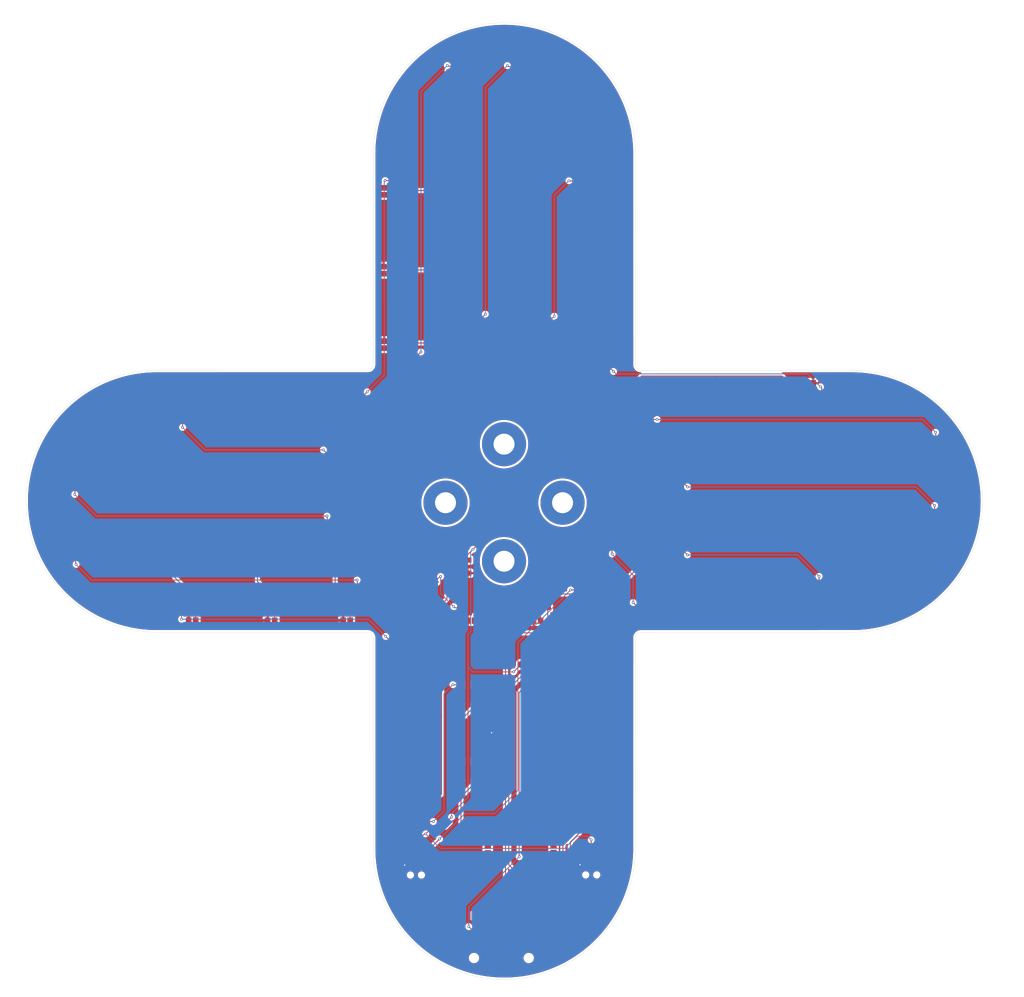
<source format=kicad_pcb>
(kicad_pcb (version 20241229) (generator "pcbnew") (generator_version "9.0")
  (title_block (title "Project NEO Zia") (date "10/7/2025") (rev "7.5.2"))
  (layers (0 "F.Cu" signal) (2 "B.Cu" signal) (13 "F.Paste" user) (15 "B.Paste" user) (5 "F.SilkS" user "F.Silkscreen") (7 "B.SilkS" user "B.Silkscreen") (1 "F.Mask" user) (3 "B.Mask" user) (25 "Edge.Cuts" user))
  (net 0 "")
  (net 1 "Net-(D1-DIN)")
  (net 2 "GND")
  (net 3 "Net-(D1-DOUT)")
  (net 4 "+5V")
  (net 5 "Net-(D10-DIN)")
  (net 6 "Net-(D10-DOUT)")
  (net 7 "Net-(D17-DIN)")
  (net 8 "Net-(D18-DIN)")
  (net 9 "Net-(D13-DIN)")
  (net 10 "Net-(D19-DIN)")
  (net 11 "Net-(D14-DIN)")
  (net 12 "Net-(D15-DIN)")
  (net 13 "Net-(D16-DIN)")
  (net 14 "Net-(D20-DIN)")
  (net 15 "Net-(D27-DIN)")
  (net 16 "Net-(D21-DIN)")
  (net 17 "Net-(D28-DIN)")
  (net 18 "Net-(D22-DIN)")
  (net 19 "Net-(D29-DIN)")
  (net 20 "Net-(D23-DIN)")
  (net 21 "Net-(D24-DIN)")
  (net 22 "Net-(D25-DIN)")
  (net 23 "Net-(D26-DIN)")
  (net 24 "Net-(D30-DIN)")
  (net 25 "Net-(D34-DIN)")
  (net 26 "Net-(D31-DIN)")
  (net 27 "Net-(D32-DIN)")
  (net 28 "Net-(D37-DIN)")
  (net 29 "Net-(D33-DIN)")
  (net 30 "Net-(D38-DIN)")
  (net 31 "Net-(D36-DIN)")
  (net 32 "Net-(D39-DIN)")
  (net 33 "Net-(D40-DIN)")
  (net 34 "Net-(D41-DIN)")
  (net 35 "Net-(D42-DIN)")
  (net 36 "Net-(D43-DIN)")
  (net 37 "Net-(D44-DIN)")
  (net 38 "Net-(D45-DIN)")
  (net 39 "Net-(D46-DIN)")
  (net 40 "Net-(D47-DIN)")
  (net 41 "Net-(D48-DIN)")
  (net 42 "Net-(D35-DIN)")
  (net 43 "Net-(D49-DIN)")
  (net 44 "Net-(D50-DIN)")
  (net 45 "Net-(D51-DIN)")
  (net 46 "Net-(D52-DIN)")
  (net 47 "Net-(D53-DIN)")
  (net 48 "Net-(D54-DIN)")
  (net 49 "Net-(D55-DIN)")
  (net 50 "Net-(D56-DIN)")
  (net 51 "Net-(D57-DIN)")
  (net 52 "Net-(D58-DIN)")
  (net 53 "Net-(D59-DIN)")
  (net 54 "Net-(D60-DIN)")
  (net 55 "Net-(D61-DIN)")
  (net 56 "Net-(D62-DIN)")
  (net 57 "Net-(D63-DIN)")
  (net 58 "Net-(D64-DIN)")
  (net 59 "Net-(D65-DIN)")
  (net 60 "Net-(D66-DIN)")
  (net 61 "Net-(D67-DIN)")
  (net 62 "Net-(D68-DIN)")
  (net 65 "Net-(D2-DIN)")
  (net 66 "Net-(D3-DIN)")
  (net 67 "Net-(D4-DIN)")
  (net 68 "Net-(D5-DIN)")
  (net 69 "Net-(D6-DIN)")
  (net 70 "Net-(D7-DIN)")
  (net 71 "Net-(D8-DIN)")
  (net 72 "Net-(D11-DIN)")
  (net 73 "Net-(D12-DIN)")
  (net 74 "Net-(J3-Pin_2)")
  (net 75 "Net-(JP1-A)")
  (net 76 "Net-(JP2-B)")
  (footprint "CustomParts:LED_1655_SS-User.1" (layer "F.Cu") (at 132.417116 163.820384)
    (property "Reference" "D53")
    (property "Value" "1655 NeoPixel")
  )
  (footprint "CustomParts:CAPC220145_88N_KEM_SS-User.1" (layer "F.Cu") (at 114.525 122.7 180)
    (property "Reference" "C43")
    (property "Value" "C_Small")
  )
  (footprint "CustomParts:LED_1655_SS-User.1" (layer "F.Cu") (at 193.275 96.1375 -90)
    (property "Reference" "D30")
    (property "Value" "1655 NeoPixel")
  )
  (footprint "CustomParts:RESC3216X125N_SS-User.1" (layer "F.Cu") (at 171.37 148.23 180)
    (property "Reference" "C70")
    (property "Value" "C_Small")
  )
  (footprint "CustomParts:LED_1655_SS-User.1" (layer "F.Cu") (at 193.2 60.9 -90)
    (property "Reference" "D32")
    (property "Value" "1655 NeoPixel")
  )
  (footprint "CustomParts:CAPC220145_88N_KEM_SS-User.1" (layer "F.Cu") (at 149.825 168.225 180)
    (property "Reference" "C52")
    (property "Value" "C_Small")
  )
  (footprint "CustomParts:SAMTEC_TSM-103-02-L-SH-LC_SS-User.1" (layer "F.Cu") (at 206.104616 226.745384 180)
    (property "Reference" "J1")
    (property "Value" "TSM-103-02-L-SH-LC")
  )
  (footprint "CustomParts:CAPC220145_88N_KEM_SS-User.1" (layer "F.Cu") (at 158.295997 133.449003 90)
    (property "Reference" "C6")
    (property "Value" "C_Small")
  )
  (footprint "CustomParts:CAPC220145_88N_KEM_SS-User.1" (layer "F.Cu") (at 265.225 144.075)
    (property "Reference" "C18")
    (property "Value" "C_Small")
  )
  (footprint "CustomParts:LED_1655_SS-User.1" (layer "F.Cu") (at 209.295997 147.961503 90)
    (property "Reference" "D12")
    (property "Value" "1655 NeoPixel")
  )
  (footprint "CustomParts:LED_1655_SS-User.1" (layer "F.Cu") (at 89.917116 148.520384)
    (property "Reference" "D51")
    (property "Value" "1655 NeoPixel")
  )
  (footprint "CustomParts:claw" (layer "F.Cu") (at 197.91 152.34 45)
    (property "Reference" "G***" (hide yes))
    (property "Value" "LOGO" (hide yes))
  )
  (footprint "CustomParts:CAPC220145_88N_KEM_SS-User.1" (layer "F.Cu") (at 164.325 119.825 45)
    (property "Reference" "C7")
    (property "Value" "C_Small")
  )
  (footprint "CustomParts:LED_1655_SS-User.1" (layer "F.Cu") (at 177.729616 185.445384 90)
    (property "Reference" "D58")
    (property "Value" "1655 NeoPixel")
  )
  (footprint "CustomParts:LED_1655_SS-User.1" (layer "F.Cu") (at 247.5375 133.370384 180)
    (property "Reference" "D21")
    (property "Value" "1655 NeoPixel")
  )
  (footprint "CustomParts:CAPC220145_88N_KEM_SS-User.1" (layer "F.Cu") (at 107.525 152.975 180)
    (property "Reference" "C50")
    (property "Value" "C_Small")
  )
  (footprint "CustomParts:CAPC220145_88N_KEM_SS-User.1" (layer "F.Cu") (at 158.443102 69.45 90)
    (property "Reference" "C40")
    (property "Value" "C_Small")
  )
  (footprint "CustomParts:CAPC220145_88N_KEM_SS-User.1" (layer "F.Cu") (at 167.079616 194.320384 -90)
    (property "Reference" "C56")
    (property "Value" "C_Small")
  )
  (footprint "CustomParts:LED_1655_SS-User.1" (layer "F.Cu") (at 162.695997 147.886503 -90)
    (property "Reference" "D5")
    (property "Value" "1655 NeoPixel")
  )
  (footprint "CustomParts:3-16in hole" (layer "F.Cu") (at 199.469339 141.070719 45)
    (property "Reference" "3/16 in")
    (property "Value" "3/16 in" (hide yes))
  )
  (footprint "CustomParts:LED_1655_SS-User.1" (layer "F.Cu") (at 167.345997 158.574003 -45)
    (property "Reference" "D4")
    (property "Value" "1655 NeoPixel")
  )
  (footprint "CustomParts:CAPC220145_88N_KEM_SS-User.1" (layer "F.Cu") (at 188.7 43.225 90)
    (property "Reference" "C33")
    (property "Value" "C_Small")
  )
  (footprint "CustomParts:LED_1655_SS-User.1" (layer "F.Cu") (at 193.2 43.2 -90)
    (property "Reference" "D33")
    (property "Value" "1655 NeoPixel")
  )
  (footprint "CustomParts:CAPC220145_88N_KEM_SS-User.1" (layer "F.Cu") (at 212.554616 194.195384 -90)
    (property "Reference" "C67")
    (property "Value" "C_Small")
  )
  (footprint "CustomParts:CAPC220145_88N_KEM_SS-User.1" (layer "F.Cu") (at 213.970997 133.349003 -90)
    (property "Reference" "C11")
    (property "Value" "C_Small")
  )
  (footprint "CustomParts:CAPC220145_88N_KEM_SS-User.1" (layer "F.Cu") (at 178.470997 168.249003)
    (property "Reference" "C3")
    (property "Value" "C_Small")
  )
  (footprint "CustomParts:CAPC220145_88N_KEM_SS-User.1" (layer "F.Cu") (at 282.95 128.975)
    (property "Reference" "C23")
    (property "Value" "C_Small")
  )
  (footprint "CustomParts:CAPC220145_88N_KEM_SS-User.1" (layer "F.Cu") (at 197.404616 238.620384 -90)
    (property "Reference" "C65")
    (property "Value" "C_Small")
  )
  (footprint "CustomParts:LED_1655_SS-User.1" (layer "F.Cu") (at 162.925 87.6 -90)
    (property "Reference" "D39")
    (property "Value" "1655 NeoPixel")
  )
  (footprint "CustomParts:CAPC220145_88N_KEM_SS-User.1" (layer "F.Cu") (at 182.329616 203.095384 -90)
    (property "Reference" "C59")
    (property "Value" "C_Small")
  )
  (footprint "CustomParts:LED_1655_SS-User.1" (layer "F.Cu") (at 204.820997 158.599003 45)
    (property "Reference" "D1")
    (property "Value" "1655 NeoPixel")
  )
  (footprint "CustomParts:LED_1655_SS-User.1" (layer "F.Cu") (at 178.1 78.2625 -90)
    (property "Reference" "D35")
    (property "Value" "1655 NeoPixel")
  )
  (footprint "CustomParts:CAPC220145_88N_KEM_SS-User.1" (layer "F.Cu") (at 212.529616 212.120384 -90)
    (property "Reference" "C68")
    (property "Value" "C_Small")
  )
  (footprint "CustomParts:CAPC220145_88N_KEM_SS-User.1" (layer "F.Cu") (at 188.7 60.9 90)
    (property "Reference" "C32")
    (property "Value" "C_Small")
  )
  (footprint "CustomParts:LED_1655_SS-User.1" (layer "F.Cu") (at 208.425 69.5125 -90)
    (property "Reference" "D29")
    (property "Value" "1655 NeoPixel")
  )
  (footprint "CustomParts:CAPC220145_88N_KEM_SS-User.1" (layer "F.Cu") (at 247.525 128.9)
    (property "Reference" "C21")
    (property "Value" "C_Small")
  )
  (footprint "CustomParts:SAMTEC_TSM-103-02-L-SH-LC_SS-User.1" (layer "F.Cu") (at 165.767116 226.780384 180)
    (property "Reference" "J2")
    (property "Value" "TSM-103-02-L-SH-LC")
  )
  (footprint "CustomParts:CAPC220145_88N_KEM_SS-User.1" (layer "F.Cu") (at 142.925 137.875 180)
    (property "Reference" "C44")
    (property "Value" "C_Small")
  )
  (footprint "CustomParts:LED_1655_SS-User.1" (layer "F.Cu") (at 208.154616 212.107884 90)
    (property "Reference" "D68")
    (property "Value" "1655 NeoPixel")
  )
  (footprint "CustomParts:LED_1655_SS-User.1" (layer "F.Cu") (at 192.929616 203.145384 90)
    (property "Reference" "D63")
    (property "Value" "1655 NeoPixel")
  )
  (footprint "CustomParts:CAPC220145_88N_KEM_SS-User.1" (layer "F.Cu") (at 282.875 144.075)
    (property "Reference" "C19")
    (property "Value" "C_Small")
  )
  (footprint "CustomParts:CAPC220145_88N_KEM_SS-User.1" (layer "F.Cu") (at 182.725 236.125)
    (property "Reference" "C61")
    (property "Value" "C_Small")
  )
  (footprint "CustomParts:LED_1655_SS-User.1" (layer "F.Cu") (at 193.645997 163.699003)
    (property "Reference" "D2")
    (property "Value" "1655 NeoPixel")
  )
  (footprint "CustomParts:SolderJumper-2_P1.3mm_Open_RoundedPad1.0x1.5mm_SS-User.1" (layer "F.Cu") (at 172.65 214.75 -135)
    (property "Reference" "JP2")
    (property "Value" "SolderJumper_2_Open")
  )
  (footprint "CustomParts:CAPC220145_88N_KEM_SS-User.1" (layer "F.Cu") (at 173.55 96.025 90)
    (property "Reference" "C34")
    (property "Value" "C_Small")
  )
  (footprint "CustomParts:LED_1655_SS-User.1" (layer "F.Cu") (at 114.279616 163.820384)
    (property "Reference" "D54")
    (property "Value" "1655 NeoPixel")
  )
  (footprint "CustomParts:CAPC220145_88N_KEM_SS-User.1" (layer "F.Cu") (at 125.15 152.975 180)
    (property "Reference" "C49")
    (property "Value" "C_Small")
  )
  (footprint "CustomParts:CAPC220145_88N_KEM_SS-User.1" (layer "F.Cu") (at 265.15 128.925)
    (property "Reference" "C22")
    (property "Value" "C_Small")
  )
  (footprint "CustomParts:LED_1655_SS-User.1" (layer "F.Cu") (at 178.025 60.875 -90)
    (property "Reference" "D36")
    (property "Value" "1655 NeoPixel")
  )
  (footprint "CustomParts:CAPC220145_88N_KEM_SS-User.1" (layer "F.Cu") (at 167.079616 176.470384 -90)
    (property "Reference" "C55")
    (property "Value" "C_Small")
  )
  (footprint "CustomParts:LED_1655_SS-User.1" (layer "F.Cu") (at 107.617116 133.320384)
    (property "Reference" "D46")
    (property "Value" "1655 NeoPixel")
  )
  (footprint "CustomParts:LED_1655_SS-User.1" (layer "F.Cu") (at 256.075 163.795384 180)
    (property "Reference" "D15")
    (property "Value" "1655 NeoPixel")
  )
  (footprint "CustomParts:CAPC220145_88N_KEM_SS-User.1" (layer "F.Cu") (at 164.195997 161.649003 135)
    (property "Reference" "C4")
    (property "Value" "C_Small")
  )
  (footprint "CustomParts:CAPC220145_88N_KEM_SS-User.1" (layer "F.Cu") (at 256.325 159.143102)
    (property "Reference" "C15")
    (property "Value" "C_Small")
  )
  (footprint "CustomParts:LED_1655_SS-User.1" (layer "F.Cu") (at 149.829616 163.845384)
    (property "Reference" "D52")
    (property "Value" "1655 NeoPixel")
  )
  (footprint "CustomParts:CAPC220145_88N_KEM_SS-User.1" (layer "F.Cu") (at 182.329616 185.395384 -90)
    (property "Reference" "C58")
    (property "Value" "C_Small")
  )
  (footprint "CustomParts:LED_1655_SS-User.1" (layer "F.Cu") (at 162.875 104.725 -90)
    (property "Reference" "D38")
    (property "Value" "1655 NeoPixel")
  )
  (footprint "CustomParts:LED_1655_SS-User.1" (layer "F.Cu") (at 162.95 69.4125 -90)
    (property "Reference" "D40")
    (property "Value" "1655 NeoPixel")
  )
  (footprint "CustomParts:CAPC220145_88N_KEM_SS-User.1" (layer "F.Cu") (at 125.425 137.875 180)
    (property "Reference" "C45")
    (property "Value" "C_Small")
  )
  (footprint "CustomParts:LED_1655_SS-User.1" (layer "F.Cu") (at 192.929616 185.395384 90)
    (property "Reference" "D62")
    (property "Value" "1655 NeoPixel")
  )
  (footprint "CustomParts:LED_1655_SS-User.1" (layer "F.Cu") (at 192.954616 238.545384 90)
    (property "Reference" "D65")
    (property "Value" "1655 NeoPixel")
  )
  (footprint "CustomParts:LED_1655_SS-User.1" (layer "F.Cu") (at 208.129616 194.232884 90)
    (property "Reference" "D67")
    (property "Value" "1655 NeoPixel")
  )
  (footprint "CustomParts:TO254P1524X483-4N_SS-User.1" (layer "F.Cu") (at 183.898543 143.221457 45)
    (property "Reference" "U2")
    (property "Value" "LM1084IS-5.0_NOPB")
  )
  (footprint "CustomParts:LED_1655_SS-User.1" (layer "F.Cu") (at 107.504616 148.520384)
    (property "Reference" "D50")
    (property "Value" "1655 NeoPixel")
  )
  (footprint "CustomParts:CAPC220145_88N_KEM_SS-User.1" (layer "F.Cu") (at 203.925 87.2 90)
    (property "Reference" "C28")
    (property "Value" "C_Small")
  )
  (footprint "CustomParts:CAPC220145_88N_KEM_SS-User.1" (layer "F.Cu") (at 188.65 78.625 90)
    (property "Reference" "C31")
    (property "Value" "C_Small")
  )
  (footprint "CustomParts:LED_1655_SS-User.1" (layer "F.Cu") (at 177.729616 220.870384 90)
    (property "Reference" "D60")
    (property "Value" "1655 NeoPixel")
  )
  (footprint "CustomParts:CAPC220145_88N_KEM_SS-User.1" (layer "F.Cu") (at 238.475 113.525)
    (property "Reference" "C25")
    (property "Value" "C_Small")
  )
  (footprint "CustomParts:CAPC220145_88N_KEM_SS-User.1" (layer "F.Cu") (at 212.554616 176.545384 -90)
    (property "Reference" "C66")
    (property "Value" "C_Small")
  )
  (footprint "CustomParts:LED_1655_SS-User.1" (layer "F.Cu") (at 114.5275 118.17)
    (property "Reference" "D43")
    (property "Value" "1655 NeoPixel")
  )
  (footprint "CustomParts:CAPC220145_88N_KEM_SS-User.1" (layer "F.Cu") (at 107.65 137.8 180)
    (property "Reference" "C46")
    (property "Value" "C_Small")
  )
  (footprint "CustomParts:LED_1655_SS-User.1" (layer "F.Cu") (at 142.929616 133.245384)
    (property "Reference" "D44")
    (property "Value" "1655 NeoPixel")
  )
  (footprint "CustomParts:CAPC220145_88N_KEM_SS-User.1" (layer "F.Cu") (at 256.4 113.6)
    (property "Reference" "C26")
    (property "Value" "C_Small")
  )
  (footprint "CustomParts:LED_1655_SS-User.1" (layer "F.Cu") (at 178.175 96.0125 -90)
    (property "Reference" "D34")
    (property "Value" "1655 NeoPixel")
  )
  (footprint "CustomParts:CAPC220145_88N_KEM_SS-User.1" (layer "F.Cu") (at 229.725 144.043102)
    (property "Reference" "C16")
    (property "Value" "C_Small")
  )
  (footprint "CustomParts:LED_1655_SS-User.1" (layer "F.Cu") (at 238.25 117.975 180)
    (property "Reference" "D25")
    (property "Value" "1655 NeoPixel")
  )
  (footprint "CustomParts:CAPC220145_88N_KEM_SS-User.1" (layer "F.Cu") (at 203.85 105 90)
    (property "Reference" "C27")
    (property "Value" "C_Small")
  )
  (footprint "CustomParts:RESC3216X125N_SS-User.1" (layer "F.Cu") (at 177.641381 155.803619 -90)
    (property "Reference" "C69")
    (property "Value" "C_Small")
  )
  (footprint "CustomParts:CAPC220145_88N_KEM_SS-User.1" (layer "F.Cu") (at 193.495997 112.699003)
    (property "Reference" "C9")
    (property "Value" "C_Small")
  )
  (footprint "CustomParts:LED_1655_SS-User.1" (layer "F.Cu") (at 229.7875 133.395384 180)
    (property "Reference" "D20")
    (property "Value" "1655 NeoPixel")
  )
  (footprint "CustomParts:LED_1655_SS-User.1" (layer "F.Cu") (at 208.129616 176.482884 90)
    (property "Reference" "D66")
    (property "Value" "1655 NeoPixel")
  )
  (footprint "CustomParts:CAPC220145_88N_KEM_SS-User.1" (layer "F.Cu") (at 132.225 122.675 180)
    (property "Reference" "C42")
    (property "Value" "C_Small")
  )
  (footprint "CustomParts:CAPC220145_88N_KEM_SS-User.1" (layer "F.Cu") (at 193.645997 168.249003)
    (property "Reference" "C2")
    (property "Value" "C_Small")
  )
  (footprint "CustomParts:LED_1655_SS-User.1" (layer "F.Cu") (at 282.675 148.645384 180)
    (property "Reference" "D19")
    (property "Value" "1655 NeoPixel")
  )
  (footprint "CustomParts:CAPC220145_88N_KEM_SS-User.1" (layer "F.Cu") (at 197.429616 220.820384 -90)
    (property "Reference" "C64")
    (property "Value" "C_Small")
  )
  (footprint "CustomParts:CAPC220145_88N_KEM_SS-User.1" (layer "F.Cu") (at 238.622201 159.3)
    (property "Reference" "C14")
    (property "Value" "C_Small")
  )
  (footprint "CustomParts:3-16in hole" (layer "F.Cu") (at 185.998955 127.600335 45)
    (property "Reference" "3/16 in")
    (property "Value" "3/16 in" (hide yes))
  )
  (footprint "CustomParts:CAPC220145_88N_KEM_SS-User.1" (layer "F.Cu") (at 132.45 168.25 180)
    (property "Reference" "C53")
    (property "Value" "C_Small")
  )
  (footprint "CustomParts:LED_1655_SS-User.1" (layer "F.Cu") (at 125.129616 148.520384)
    (property "Reference" "D49")
    (property "Value" "1655 NeoPixel")
  )
  (footprint "CustomParts:LED_1655_SS-User.1" (layer "F.Cu") (at 229.55 148.595384 180)
    (property "Reference" "D16")
    (property "Value" "1655 NeoPixel")
  )
  (footprint "CustomParts:LED_1655_SS-User.1" (layer "F.Cu") (at 125.417116 133.245384)
    (property "Reference" "D45")
    (property "Value" "1655 NeoPixel")
  )
  (footprint "CustomParts:CAPC220145_88N_KEM_SS-User.1" (layer "F.Cu") (at 188.65 96.125 90)
    (property "Reference" "C30")
    (property "Value" "C_Small")
  )
  (footprint "CustomParts:LED_1655_SS-User.1" (layer "F.Cu") (at 209.420997 133.361503 90)
    (property "Reference" "D11")
    (property "Value" "1655 NeoPixel")
  )
  (footprint "CustomParts:LED_1655_SS-User.1" (layer "F.Cu") (at 178 43.1 -90)
    (property "Reference" "D37")
    (property "Value" "1655 NeoPixel")
  )
  (footprint "CustomParts:LED_1655_SS-User.1" (layer "F.Cu") (at 132.2275 118.22)
    (property "Reference" "D42")
    (property "Value" "1655 NeoPixel")
  )
  (footprint "CustomParts:LED_1655_SS-User.1" (layer "F.Cu") (at 178.370997 117.274003 180)
    (property "Reference" "D8")
    (property "Value" "1655 NeoPixel")
  )
  (footprint "CustomParts:LED_1655_SS-User.1" (layer "F.Cu") (at 162.554616 212.020384 90)
    (property "Reference" "D57")
    (property "Value" "1655 NeoPixel")
  )
  (footprint "CustomParts:LED_1655_SS-User.1" (layer "F.Cu") (at 162.745997 133.474003 -90)
    (property "Reference" "D6")
    (property "Value" "1655 NeoPixel")
  )
  (footprint "CustomParts:LED_1655_SS-User.1" (layer "F.Cu") (at 256.7 117.975 180)
    (property "Reference" "D26")
    (property "Value" "1655 NeoPixel")
  )
  (footprint "CustomParts:LED_1655_SS-User.1" (layer "F.Cu") (at 167.395997 123.124003 -135)
    (property "Reference" "D7")
    (property "Value" "1655 NeoPixel")
  )
  (footprint "CustomParts:CAPC220145_88N_KEM_SS-User.1" (layer "F.Cu") (at 182.304616 220.895384 -90)
    (property "Reference" "C60")
    (property "Value" "C_Small")
  )
  (footprint "CustomParts:CAPC220145_88N_KEM_SS-User.1" (layer "F.Cu") (at 158.475 104.725 90)
    (property "Reference" "C38")
    (property "Value" "C_Small")
  )
  (footprint "CustomParts:CAPC220145_88N_KEM_SS-User.1" (layer "F.Cu") (at 114.275 168.2 180)
    (property "Reference" "C54")
    (property "Value" "C_Small")
  )
  (footprint "CustomParts:LED_1655_SS-User.1" (layer "F.Cu") (at 265.2375 148.645384 180)
    (property "Reference" "D18")
    (property "Value" "1655 NeoPixel")
  )
  (footprint "CustomParts:691709710302_SS-User.1" (layer "F.Cu") (at 185.425 245.875)
    (property "Reference" "J3")
    (property "Value" "Conn_01x02")
  )
  (footprint "CustomParts:CAPC220145_88N_KEM_SS-User.1" (layer "F.Cu") (at 207.945997 161.724003 -135)
    (property "Reference" "C1")
    (property "Value" "C_Small")
  )
  (footprint "CustomParts:CAPC220145_88N_KEM_SS-User.1" (layer "F.Cu") (at 173.575 78.25 90)
    (property "Reference" "C35")
    (property "Value" "C_Small")
  )
  (footprint "CustomParts:LED_1655_SS-User.1" (layer "F.Cu") (at 142.904616 148.520384)
    (property "Reference" "D48")
    (property "Value" "1655 NeoPixel")
  )
  (footprint "CustomParts:CAPC220145_88N_KEM_SS-User.1" (layer "F.Cu") (at 207.995997 120.074003 -45)
    (property "Reference" "C10")
    (property "Value" "C_Small")
  )
  (footprint "CustomParts:CAPC220145_88N_KEM_SS-User.1" (layer "F.Cu") (at 203.875 69.525 90)
    (property "Reference" "C29")
    (property "Value" "C_Small")
  )
  (footprint "CustomParts:CAPC220145_88N_KEM_SS-User.1" (layer "F.Cu") (at 220.802799 113.575)
    (property "Reference" "C24")
    (property "Value" "C_Small")
  )
  (footprint "CustomParts:CAPC220145_88N_KEM_SS-User.1" (layer "F.Cu") (at 173.55 60.875 90)
    (property "Reference" "C36")
    (property "Value" "C_Small")
  )
  (footprint "CustomParts:CAPC220145_88N_KEM_SS-User.1" (layer "F.Cu") (at 197.429616 203.195384 -90)
    (property "Reference" "C63")
    (property "Value" "C_Small")
  )
  (footprint "CustomParts:LED_1655_SS-User.1" (layer "F.Cu") (at 208.45 87.1375 -90)
    (property "Reference" "D28")
    (property "Value" "1655 NeoPixel")
  )
  (footprint "CustomParts:LED_1655_SS-User.1" (layer "F.Cu") (at 238.6375 163.870384 180)
    (property "Reference" "D14")
    (property "Value" "1655 NeoPixel")
  )
  (footprint "CustomParts:CAPC220145_88N_KEM_SS-User.1" (layer "F.Cu") (at 214.020997 148.074003 -90)
    (property "Reference" "C12")
    (property "Value" "C_Small")
  )
  (footprint "CustomParts:3-16in hole" (layer "F.Cu") (at 185.998955 154.541103 45)
    (property "Reference" "3/16 in")
    (property "Value" "3/16 in" (hide yes))
  )
  (footprint "CustomParts:3-16in hole" (layer "F.Cu") (at 172.528571 141.070719 45)
    (property "Reference" "3/16 in")
    (property "Value" "3/16 in" (hide yes))
  )
  (footprint "CustomParts:LED_1655_SS-User.1" (layer "F.Cu") (at 204.845997 123.099003 135)
    (property "Reference" "D10")
    (property "Value" "1655 NeoPixel")
  )
  (footprint "CustomParts:CAPC220145_88N_KEM_SS-User.1" (layer "F.Cu") (at 178.370997 112.699003)
    (property "Reference" "C8")
    (property "Value" "C_Small")
  )
  (footprint "CustomParts:LED_1655_SS-User.1" (layer "F.Cu") (at 193.470997 117.324003 180)
    (property "Reference" "D9")
    (property "Value" "1655 NeoPixel")
  )
  (footprint "CustomParts:LED_1655_SS-User.1" (layer "F.Cu") (at 220.85 163.845384 180)
    (property "Reference" "D13")
    (property "Value" "1655 NeoPixel")
  )
  (footprint "CustomParts:CAPC220145_88N_KEM_SS-User.1" (layer "F.Cu") (at 197.429616 185.420384 -90)
    (property "Reference" "C62")
    (property "Value" "C_Small")
  )
  (footprint "CustomParts:CAPC220145_88N_KEM_SS-User.1" (layer "F.Cu") (at 89.75 137.8 180)
    (property "Reference" "C47")
    (property "Value" "C_Small")
  )
  (footprint "CustomParts:LED_1655_SS-User.1" (layer "F.Cu") (at 264.9 133.370384 180)
    (property "Reference" "D22")
    (property "Value" "1655 NeoPixel")
  )
  (footprint "CustomParts:CAPC220145_88N_KEM_SS-User.1" (layer "F.Cu") (at 173.575 43.1 90)
    (property "Reference" "C37")
    (property "Value" "C_Small")
  )
  (footprint "CustomParts:LED_1655_SS-User.1" (layer "F.Cu") (at 193.25 78.6 -90)
    (property "Reference" "D31")
    (property "Value" "1655 NeoPixel")
  )
  (footprint "CustomParts:CAPC220145_88N_KEM_SS-User.1" (layer "F.Cu") (at 167.104616 211.995384 -90)
    (property "Reference" "C57")
    (property "Value" "C_Small")
  )
  (footprint "CustomParts:LED_1655_SS-User.1" (layer "F.Cu") (at 177.729616 238.570384 90)
    (property "Reference" "D61")
    (property "Value" "1655 NeoPixel")
  )
  (footprint "CustomParts:CAPC220145_88N_KEM_SS-User.1" (layer "F.Cu") (at 150.025 122.675 180)
    (property "Reference" "C41")
    (property "Value" "C_Small")
  )
  (footprint "CustomParts:CAPC220145_88N_KEM_SS-User.1" (layer "F.Cu") (at 158.325 87.6 90)
    (property "Reference" "C39")
    (property "Value" "C_Small")
  )
  (footprint "CustomParts:LED_1655_SS-User.1" (layer "F.Cu") (at 192.954616 220.845384 90)
    (property "Reference" "D64")
    (property "Value" "1655 NeoPixel")
  )
  (footprint "CustomParts:LED_1655_SS-User.1" (layer "F.Cu") (at 247.15 148.595384 180)
    (property "Reference" "D17")
    (property "Value" "1655 NeoPixel")
  )
  (footprint "CustomParts:LED_1655_SS-User.1" (layer "F.Cu") (at 282.9375 133.395384 180)
    (property "Reference" "D23")
    (property "Value" "1655 NeoPixel")
  )
  (footprint "CustomParts:LED_1655_SS-User.1" (layer "F.Cu") (at 208.45 105.0125 -90)
    (property "Reference" "D27")
    (property "Value" "1655 NeoPixel")
  )
  (footprint "CustomParts:LED_1655_SS-User.1" (layer "F.Cu") (at 162.554616 194.320384 90)
    (property "Reference" "D56")
    (property "Value" "1655 NeoPixel")
  )
  (footprint "CustomParts:LED_1655_SS-User.1" (layer "F.Cu") (at 220.8375 117.975 180)
    (property "Reference" "D24")
    (property "Value" "1655 NeoPixel")
  )
  (footprint "CustomParts:LED_1655_SS-User.1" (layer "F.Cu") (at 162.579616 176.495384 90)
    (property "Reference" "D55")
    (property "Value" "1655 NeoPixel")
  )
  (footprint "CustomParts:CAPC220145_88N_KEM_SS-User.1" (layer "F.Cu") (at 89.925 152.975 180)
    (property "Reference" "C51")
    (property "Value" "C_Small")
  )
  (footprint "CustomParts:CAPC220145_88N_KEM_SS-User.1" (layer "F.Cu") (at 229.75 128.875)
    (property "Reference" "C20")
    (property "Value" "C_Small")
  )
  (footprint "CustomParts:LED_1655_SS-User.1" (layer "F.Cu") (at 178.445997 163.674003)
    (property "Reference" "D3")
    (property "Value" "1655 NeoPixel")
  )
  (footprint "CustomParts:LED_1655_SS-User.1" (layer "F.Cu") (at 177.729616 203.145384 90)
    (property "Reference" "D59")
    (property "Value" "1655 NeoPixel")
  )
  (footprint "CustomParts:SolderJumper-2_P1.3mm_Bridged_RoundedPad1.0x1.5mm_SS-User.1" (layer "F.Cu") (at 190.44 178.32)
    (property "Reference" "JP1")
    (property "Value" "SolderJumper_2_Bridged")
  )
  (footprint "CustomParts:CAPC220145_88N_KEM_SS-User.1" (layer "F.Cu") (at 247.425 144.05)
    (property "Reference" "C17")
    (property "Value" "C_Small")
  )
  (footprint "CustomParts:CAPC220145_88N_KEM_SS-User.1" (layer "F.Cu") (at 220.85 159.275)
    (property "Reference" "C13")
    (property "Value" "C_Small")
  )
  (footprint "CustomParts:LED_1655_SS-User.1" (layer "F.Cu") (at 89.754616 133.320384)
    (property "Reference" "D47")
    (property "Value" "1655 NeoPixel")
  )
  (footprint "CustomParts:CAPC220145_88N_KEM_SS-User.1" (layer "F.Cu") (at 158.245997 147.874003 90)
    (property "Reference" "C5")
    (property "Value" "C_Small")
  )
  (footprint "CustomParts:LED_1655_SS-User.1" (layer "F.Cu") (at 150.265 118.22)
    (property "Reference" "D41")
    (property "Value" "1655 NeoPixel")
  )
  (footprint "CustomParts:CAPC220145_88N_KEM_SS-User.1" (layer "F.Cu") (at 142.9 152.975 180)
    (property "Reference" "C48")
    (property "Value" "C_Small")
  )
  (gr_line (start 106.204771 110.59526) (end 154.678055 110.593754) (stroke (width 0.05)) (layer "Edge.Cuts"))
  (gr_line (start 266.16 110.59) (end 217.536251 110.588561) (stroke (width 0.05)) (layer "Edge.Cuts"))
  (gr_line (start 155.954534 60.695384) (end 155.953054 109.318784) (stroke (width 0.05)) (layer "Edge.Cuts"))
  (gr_arc (start 155.953055 109.318823) (mid 155.579616 110.220384) (end 154.678055 110.593823) (stroke (width 0.05)) (layer "Edge.Cuts"))
  (gr_line (start 155.954534 220.645229) (end 155.954616 172.170402) (stroke (width 0.05)) (layer "Edge.Cuts"))
  (gr_arc (start 266.154586 110.59526) (mid 296.204658 140.820302) (end 266.004503 170.895384) (stroke (width 0.05)) (layer "Edge.Cuts"))
  (gr_arc (start 154.679616 170.895384) (mid 155.581177 171.268823) (end 155.954616 172.170384) (stroke (width 0.05)) (layer "Edge.Cuts"))
  (gr_line (start 216.254661 60.851592) (end 216.256177 109.318823) (stroke (width 0.05)) (layer "Edge.Cuts"))
  (gr_arc (start 217.531177 110.593823) (mid 216.629623 110.220377) (end 216.256177 109.318823) (stroke (width 0.05)) (layer "Edge.Cuts"))
  (gr_line (start 266.004868 170.895384) (end 217.525 170.9) (stroke (width 0.05)) (layer "Edge.Cuts"))
  (gr_arc (start 106.054688 170.895384) (mid 76.004616 140.670342) (end 106.204771 110.59526) (stroke (width 0.05)) (layer "Edge.Cuts"))
  (gr_line (start 216.254658 220.795061) (end 216.256178 172.171945) (stroke (width 0.05)) (layer "Edge.Cuts"))
  (gr_arc (start 155.954534 60.695332) (mid 186.179576 30.64526) (end 216.254658 60.845415) (stroke (width 0.05)) (layer "Edge.Cuts"))
  (gr_arc (start 216.254658 220.795312) (mid 186.029616 250.845384) (end 155.954534 220.645229) (stroke (width 0.05)) (layer "Edge.Cuts"))
  (gr_arc (start 216.2593 172.171945) (mid 216.631807 171.272555) (end 217.531177 170.9) (stroke (width 0.05)) (layer "Edge.Cuts"))
  (gr_line (start 106.05474 170.895384) (end 154.6796 170.895384) (stroke (width 0.05)) (layer "Edge.Cuts"))
  (segment (start 196.095997 162.099003) (end 203.583738 162.099003) (width 0.2) (layer "F.Cu") (net 1))
  (segment (start 203.583738 162.099003) (end 204.219956 161.462785) (width 0.2) (layer "F.Cu") (net 1))
  (via (at 203.525 224.425) (size 0.6) (drill 0.3) (layers "F.Cu" "B.Cu") (net 2))
  (via (at 163.175 224.5) (size 0.6) (drill 0.3) (layers "F.Cu" "B.Cu") (net 2))
  (via (at 183.175 194.025) (size 0.6) (drill 0.3) (layers "F.Cu" "B.Cu") (net 2))
  (segment (start 205.422038 155.735221) (end 205.422038 157.997962) (width 0.2) (layer "F.Cu") (net 3))
  (segment (start 205.422038 157.997962) (end 202.245997 161.174003) (width 0.2) (layer "F.Cu") (net 3))
  (segment (start 168.307116 221.367884) (end 171.204616 218.470384) (width 0.2) (layer "F.Cu") (net 3))
  (segment (start 202.245997 161.174003) (end 201.345997 161.174003) (width 0.2) (layer "F.Cu") (net 3))
  (segment (start 168.307116 221.500384) (end 168.307116 221.367884) (width 0.2) (layer "F.Cu") (net 3))
  (via (at 201.345997 161.174003) (size 0.6) (drill 0.3) (layers "F.Cu" "B.Cu") (net 3))
  (via (at 171.204616 218.470384) (size 0.6) (drill 0.3) (layers "F.Cu" "B.Cu") (net 3))
  (segment (start 189.225 173.295) (end 189.225 207.325) (width 0.2) (layer "B.Cu") (net 3))
  (segment (start 183.929616 212.620384) (end 177.054616 212.620384) (width 0.2) (layer "B.Cu") (net 3))
  (segment (start 177.054616 212.620384) (end 171.204616 218.470384) (width 0.2) (layer "B.Cu") (net 3))
  (segment (start 201.345997 161.174003) (end 189.225 173.295) (width 0.2) (layer "B.Cu") (net 3))
  (segment (start 189.225 207.325) (end 183.929616 212.620384) (width 0.2) (layer "B.Cu") (net 3))
  (segment (start 203.9 87.965299) (end 205.177799 87.965299) (width 0.2) (layer "F.Cu") (net 4))
  (segment (start 207.374616 116.515384) (end 210.329616 119.470384) (width 0.2) (layer "F.Cu") (net 4))
  (segment (start 171.3 80.7875) (end 170.2 81.8875) (width 0.2) (layer "F.Cu") (net 4))
  (segment (start 157.025997 135.924003) (end 156.64 136.31) (width 0.2) (layer "F.Cu") (net 4))
  (segment (start 185.4 80.7875) (end 184.075 82.1125) (width 0.2) (layer "F.Cu") (net 4))
  (segment (start 209.729616 191.782884) (end 210.944915 191.782884) (width 0.2) (layer "F.Cu") (net 4))
  (segment (start 156.324616 142.095384) (end 146.854616 142.095384) (width 0.2) (layer "F.Cu") (net 4))
  (segment (start 189.977799 44.027799) (end 188.7 44.027799) (width 0.2) (layer "F.Cu") (net 4))
  (segment (start 194.554616 218.395384) (end 200.829616 218.395384) (width 0.2) (layer "F.Cu") (net 4))
  (segment (start 218.3 116.3625) (end 220.009701 114.652799) (width 0.2) (layer "F.Cu") (net 4))
  (segment (start 175.94 111.33) (end 172.3 111.33) (width 0.2) (layer "F.Cu") (net 4))
  (segment (start 245.0125 142.445384) (end 243.7125 141.145384) (width 0.2) (layer "F.Cu") (net 4))
  (segment (start 170.2 87.525) (end 170.2 81.8875) (width 0.2) (layer "F.Cu") (net 4))
  (segment (start 200.45 78.2875) (end 206.825 71.9125) (width 0.2) (layer "F.Cu") (net 4))
  (segment (start 165.122116 164.807884) (end 165.12 164.81) (width 0.2) (layer "F.Cu") (net 4))
  (segment (start 109.854616 134.870384) (end 109.854616 140.420384) (width 0.2) (layer "F.Cu") (net 4))
  (segment (start 116.729616 164.779616) (end 110.275 158.325) (width 0.2) (layer "F.Cu") (net 4))
  (segment (start 211.315 161.635) (end 217.954616 154.995384) (width 0.2) (layer "F.Cu") (net 4))
  (segment (start 208.513662 161.156338) (end 208.513662 158.826845) (width 0.2) (layer "F.Cu") (net 4))
  (segment (start 236.1875 162.207884) (end 236.1875 156.320384) (width 0.2) (layer "F.Cu") (net 4))
  (segment (start 191.65 80.7875) (end 185.4 80.7875) (width 0.2) (layer "F.Cu") (net 4))
  (segment (start 127.579616 150.070384) (end 127.579616 155.370384) (width 0.2) (layer "F.Cu") (net 4))
  (segment (start 150.830299 122.67) (end 150.830299 121.392201) (width 0.2) (layer "F.Cu") (net 4))
  (segment (start 226.2375 141.145384) (end 243.7125 141.145384) (width 0.2) (layer "F.Cu") (net 4))
  (segment (start 227.2625 131.832884) (end 227.2625 127.420384) (width 0.2) (layer "F.Cu") (net 4))
  (segment (start 218.0375 154.995384) (end 234.8625 154.995384) (width 0.2) (layer "F.Cu") (net 4))
  (segment (start 127.579616 140.545384) (end 129.129616 142.095384) (width 0.2) (layer "F.Cu") (net 4))
  (segment (start 218.3625 155.295384) (end 217.9375 154.870384) (width 0.2) (layer "F.Cu") (net 4))
  (segment (start 90.727799 152.975) (end 90.727799 151.547201) (width 0.2) (layer "F.Cu") (net 4))
  (segment (start 200.45 108.5125) (end 200.45 90.9375) (width 0.2) (layer "F.Cu") (net 4))
  (segment (start 210.27332 160.586503) (end 210.27332 160.59332) (width 0.2) (layer "F.Cu") (net 4))
  (segment (start 209.729616 191.782884) (end 213.326516 191.782884) (width 0.2) (layer "F.Cu") (net 4))
  (segment (start 147.179616 159.599616) (end 152.279616 164.699616) (width 0.2) (layer "F.Cu") (net 4))
  (segment (start 264.334701 130.185683) (end 262.7125 131.807884) (width 0.2) (layer "F.Cu") (net 4))
  (segment (start 201.904616 202.295384) (end 201.904616 185.020384) (width 0.2) (layer "F.Cu") (net 4))
  (segment (start 111.529616 142.095384) (end 99.379616 142.095384) (width 0.2) (layer "F.Cu") (net 4))
  (segment (start 185.65 63.0625) (end 184.075 64.6375) (width 0.2) (layer "F.Cu") (net 4))
  (segment (start 188.7 61.702799) (end 190.290299 61.702799) (width 0.2) (layer "F.Cu") (net 4))
  (segment (start 201.904616 217.320384) (end 201.579616 217.645384) (width 0.2) (layer "F.Cu") (net 4))
  (segment (start 180.732415 200.695384) (end 182.329616 202.292585) (width 0.2) (layer "F.Cu") (net 4))
  (segment (start 262.7375 147.032884) (end 262.7375 142.470384) (width 0.2) (layer "F.Cu") (net 4))
  (segment (start 179.273796 166.921204) (end 179.273796 168.249003) (width 0.2) (layer "F.Cu") (net 4))
  (segment (start 134.867116 164.777116) (end 129.3 159.21) (width 0.2) (layer "F.Cu") (net 4))
  (segment (start 205.177799 105.815299) (end 206.8 107.4375) (width 0.2) (layer "F.Cu") (net 4))
  (segment (start 90.532415 136.492585) (end 92.154616 134.870384) (width 0.2) (layer "F.Cu") (net 4))
  (segment (start 109.879616 155.595384) (end 111.279616 156.995384) (width 0.2) (layer "F.Cu") (net 4))
  (segment (start 163.628332 120.491668) (end 163.628332 122.821161) (width 0.2) (layer "F.Cu") (net 4))
  (segment (start 194.529616 200.695384) (end 200.304616 200.695384) (width 0.2) (layer "F.Cu") (net 4))
  (segment (start 125.982415 136.467585) (end 127.579616 134.870384) (width 0.2) (layer "F.Cu") (net 4))
  (segment (start 282.134701 128.957884) (end 282.134701 130.085683) (width 0.2) (layer "F.Cu") (net 4))
  (segment (start 156.61 156.3) (end 156.61 136.31) (width 0.2) (layer "F.Cu") (net 4))
  (segment (start 201.904616 171.045384) (end 196.667378 171.045384) (width 0.2) (layer "F.Cu") (net 4))
  (segment (start 173.575 43.902799) (end 174.940299 43.902799) (width 0.2) (layer "F.Cu") (net 4))
  (segment (start 217.639003 130.911503) (end 217.9375 131.21) (width 0.2) (layer "F.Cu") (net 4))
  (segment (start 143.657415 152.970384) (end 143.657415 151.742585) (width 0.2) (layer "F.Cu") (net 4))
  (segment (start 211.439317 175.742585) (end 209.729616 174.032884) (width 0.2) (layer "F.Cu") (net 4))
  (segment (start 158.325 88.402799) (end 159.952799 88.402799) (width 0.2) (layer "F.Cu") (net 4))
  (segment (start 179.329616 182.995384) (end 180.732415 182.995384) (width 0.2) (layer "F.Cu") (net 4))
  (segment (start 171.679616 171.369616) (end 156.61 156.3) (width 0.2) (layer "F.Cu") (net 4))
  (segment (start 217.739232 111.925) (end 234.8125 111.925) (width 0.2) (layer "F.Cu") (net 4))
  (segment (start 175.015299 61.677799) (end 176.425 63.0875) (width 0.2) (layer "F.Cu") (net 4))
  (segment (start 164.179616 174.045384) (end 170.279616 174.045384) (width 0.2) (layer "F.Cu") (net 4))
  (segment (start 92.179616 150.095384) (end 93.254616 150.095384) (width 0.2) (layer "F.Cu") (net 4))
  (segment (start 108.452799 137.8) (end 108.452799 136.272201) (width 0.2) (layer "F.Cu") (net 4))
  (segment (start 217.729616 111.915384) (end 217.739232 111.925) (width 0.2) (layer "F.Cu") (net 4))
  (segment (start 170.204616 209.570384) (end 171.679616 208.095384) (width 0.2) (layer "F.Cu") (net 4))
  (segment (start 196.095997 170.474003) (end 196.095997 165.299003) (width 0.2) (layer "F.Cu") (net 4))
  (segment (start 175.920997 111.349003) (end 175.94 111.33) (width 0.2) (layer "F.Cu") (net 4))
  (segment (start 133.252799 166.734701) (end 134.592116 165.395384) (width 0.2) (layer "F.Cu") (net 4))
  (segment (start 172.3 111.33) (end 170.840372 111.33) (width 0.2) (layer "F.Cu") (net 4))
  (segment (start 123.0025 125.82) (end 116.9275 119.745) (width 0.2) (layer "F.Cu") (net 4))
  (segment (start 180.895997 165.299003) (end 179.273796 166.921204) (width 0.2) (layer "F.Cu") (net 4))
  (segment (start 153.5275 125.82) (end 156.350372 125.82) (width 0.2) (layer "F.Cu") (net 4))
  (segment (start 161.145997 135.924003) (end 157.025997 135.924003) (width 0.2) (layer "F.Cu") (net 4))
  (segment (start 173.55 61.677799) (end 175.015299 61.677799) (width 0.2) (layer "F.Cu") (net 4))
  (segment (start 179.329616 218.420384) (end 180.632415 218.420384) (width 0.2) (layer "F.Cu") (net 4))
  (segment (start 152.4525 124.745) (end 153.5275 125.82) (width 0.2) (layer "F.Cu") (net 4))
  (segment (start 165.776817 211.192585) (end 164.154616 209.570384) (width 0.2) (layer "F.Cu") (net 4))
  (segment (start 190.052799 96.890299) (end 191.65 98.4875) (width 0.2) (layer "F.Cu") (net 4))
  (segment (start 214.712816 174.140584) (end 214.712816 190.396584) (width 0.2) (layer "F.Cu") (net 4))
  (segment (start 246.709701 130.135683) (end 245.0125 131.832884) (width 0.2) (layer "F.Cu") (net 4))
  (segment (start 170.2 99.8125) (end 170.2 87.525) (width 0.2) (layer "F.Cu") (net 4))
  (segment (start 164.154616 191.870384) (end 165.432415 191.870384) (width 0.2) (layer "F.Cu") (net 4))
  (segment (start 196.251817 184.617585) (end 197.429616 184.617585) (width 0.2) (layer "F.Cu") (net 4))
  (segment (start 152.4525 119.77) (end 152.4525 124.745) (width 0.2) (layer "F.Cu") (net 4))
  (segment (start 195.682415 236.095384) (end 197.404616 237.817585) (width 0.2) (layer "F.Cu") (net 4))
  (segment (start 158.295997 134.251802) (end 159.473796 134.251802) (width 0.2) (layer "F.Cu") (net 4))
  (segment (start 180.732415 182.995384) (end 182.329616 184.592585) (width 0.2) (layer "F.Cu") (net 4))
  (segment (start 218.3625 160.905085) (end 219.984701 159.282884) (width 0.2) (layer "F.Cu") (net 4))
  (segment (start 282.059701 145.410683) (end 280.4375 147.032884) (width 0.2) (layer "F.Cu") (net 4))
  (segment (start 234.8125 111.925) (end 249.9875 111.925) (width 0.2) (layer "F.Cu") (net 4))
  (segment (start 159.473796 134.251802) (end 161.145997 135.924003) (width 0.2) (layer "F.Cu") (net 4))
  (segment (start 171.5 98.5125) (end 170.2 99.8125) (width 0.2) (layer "F.Cu") (net 4))
  (segment (start 176.425 63.0875) (end 171.625 63.0875) (width 0.2) (layer "F.Cu") (net 4))
  (segment (start 158.425 105.740299) (end 159.540299 105.740299) (width 0.2) (layer "F.Cu") (net 4))
  (segment (start 217.9375 145.87) (end 217.9375 141.145384) (width 0.2) (layer "F.Cu") (net 4))
  (segment (start 125.982415 137.870384) (end 125.982415 136.467585) (width 0.2) (layer "F.Cu") (net 4))
  (segment (start 143.657415 151.742585) (end 145.329616 150.070384) (width 0.2) (layer "F.Cu") (net 4))
  (segment (start 213.326516 191.782884) (end 214.712816 190.396584) (width 0.2) (layer "F.Cu") (net 4))
  (segment (start 184.075 82.1125) (end 184.075 82.5375) (width 0.2) (layer "F.Cu") (net 4))
  (segment (start 210.869915 209.657884) (end 212.529616 211.317585) (width 0.2) (layer "F.Cu") (net 4))
  (segment (start 172.875 148.23) (end 172.875 150.035) (width 0.2) (layer "F.Cu") (net 4))
  (segment (start 246.609701 144.032884) (end 246.609701 145.435683) (width 0.2) (layer "F.Cu") (net 4))
  (segment (start 243.7125 141.145384) (end 261.4125 141.145384) (width 0.2) (layer "F.Cu") (net 4))
  (segment (start 191.020997 115.724003) (end 191.020997 111.340997) (width 0.2) (layer "F.Cu") (net 4))
  (segment (start 156.993497 150.336503) (end 156.61 150.72) (width 0.2) (layer "F.Cu") (net 4))
  (segment (start 194.554616 218.395384) (end 195.807415 218.395384) (width 0.2) (layer "F.Cu") (net 4))
  (segment (start 171.489232 111.33) (end 172.3 111.33) (width 0.2) (layer "F.Cu") (net 4))
  (segment (start 133.252799 168.25) (end 133.252799 166.734701) (width 0.2) (layer "F.Cu") (net 4))
  (segment (start 171.679616 208.095384) (end 171.679616 190.120384) (width 0.2) (layer "F.Cu") (net 4))
  (segment (start 175.920997 115.674003) (end 175.920997 114.346204) (width 0.2) (layer "F.Cu") (net 4))
  (segment (start 164.1 104.35) (end 170.175 104.35) (width 0.2) (layer "F.Cu") (net 4))
  (segment (start 156.64 136.31) (end 156.61 136.31) (width 0.2) (layer "F.Cu") (net 4))
  (segment (start 217.579003 145.511503) (end 217.9375 145.87) (width 0.2) (layer "F.Cu") (net 4))
  (segment (start 194.579616 182.945384) (end 196.251817 184.617585) (width 0.2) (layer "F.Cu") (net 4))
  (segment (start 217.9375 154.995384) (end 217.9375 154.870384) (width 0.2) (layer "F.Cu") (net 4))
  (segment (start 207.418674 116.559442) (end 207.374616 116.515384) (width 0.2) (layer "F.Cu") (net 4))
  (segment (start 159.652799 70.252799) (end 158.443102 70.252799) (width 0.2) (layer "F.Cu") (net 4))
  (segment (start 180.970997 165.274003) (end 180.895997 165.274003) (width 0.2) (layer "F.Cu") (net 4))
  (segment (start 174.777799 96.865299) (end 176.45 98.5375) (width 0.2) (layer "F.Cu") (net 4))
  (segment (start 211.617616 171.045384) (end 213.671416 173.099184) (width 0.2) (layer "F.Cu") (net 4))
  (segment (start 180.632415 218.420384) (end 182.304616 220.092585) (width 0.2) (layer "F.Cu") (net 4))
  (segment (start 227.3125 147.032884) (end 227.3125 142.220384) (width 0.2) (layer "F.Cu") (net 4))
  (segment (start 264.409701 144.057884) (end 264.409701 145.360683) (width 0.2) (layer "F.Cu") (net 4))
  (segment (start 194.554616 236.095384) (end 195.682415 236.095384) (width 0.2) (layer "F.Cu") (net 4))
  (segment (start 245.0125 127.395384) (end 243.7625 126.145384) (width 0.2) (layer "F.Cu") (net 4))
  (segment (start 174.940299 43.902799) (end 176.425 45.3875) (width 0.2) (layer "F.Cu") (net 4))
  (segment (start 145.279616 134.870384) (end 145.279616 140.520384) (width 0.2) (layer "F.Cu") (net 4))
  (segment (start 243.7625 126.145384) (end 261.1125 126.145384) (width 0.2) (layer "F.Cu") (net 4))
  (segment (start 179.37306 147.74694) (end 179.34806 147.74694) (width 0.2) (layer "F.Cu") (net 4))
  (segment (start 185.204616 200.695384) (end 186.379616 199.520384) (width 0.2) (layer "F.Cu") (net 4))
  (segment (start 152.279616 164.699616) (end 152.279616 165.445384) (width 0.2) (layer "F.Cu") (net 4))
  (segment (start 186.379616 171.408146) (end 186.742378 171.045384) (width 0.2) (layer "F.Cu") (net 4))
  (segment (start 145.329616 155.145384) (end 147.179616 156.995384) (width 0.2) (layer "F.Cu") (net 4))
  (segment (start 196.667378 171.045384) (end 186.742378 171.045384) (width 0.2) (layer "F.Cu") (net 4))
  (segment (start 186.379616 181.870384) (end 186.379616 171.408146) (width 0.2) (layer "F.Cu") (net 4))
  (segment (start 217.9375 127.095384) (end 218.8875 126.145384) (width 0.2) (layer "F.Cu") (net 4))
  (segment (start 170.175 99.8375) (end 170.2 99.8125) (width 0.2) (layer "F.Cu") (net 4))
  (segment (start 203.9 105.815299) (end 205.177799 105.815299) (width 0.2) (layer "F.Cu") (net 4))
  (segment (start 109.854616 140.420384) (end 111.529616 142.095384) (width 0.2) (layer "F.Cu") (net 4))
  (segment (start 245.0125 147.032884) (end 245.0125 142.445384) (width 0.2) (layer "F.Cu") (net 4))
  (segment (start 170.2 69.275) (end 170.2 64.5125) (width 0.2) (layer "F.Cu") (net 4))
  (segment (start 276.1625 126.145384) (end 280.4125 130.395384) (width 0.2) (layer "F.Cu") (net 4))
  (segment (start 100.154616 156.995384) (end 110.275 156.995384) (width 0.2) (layer "F.Cu") (net 4))
  (segment (start 167.947038 161.437785) (end 165.122116 164.262707) (width 0.2) (layer "F.Cu") (net 4))
  (segment (start 206.8 107.4375) (end 201.525 107.4375) (width 0.2) (layer "F.Cu") (net 4))
  (segment (start 146.854616 142.095384) (end 129.129616 142.095384) (width 0.2) (layer "F.Cu") (net 4))
  (segment (start 236.05 113.1625) (end 234.8125 111.925) (width 0.2) (layer "F.Cu") (net 4))
  (segment (start 164.154616 191.870384) (end 169.929616 191.870384) (width 0.2) (layer "F.Cu") (net 4))
  (segment (start 116.729616 165.420384) (end 116.729616 164.779616) (width 0.2) (layer "F.Cu") (net 4))
  (segment (start 264.334701 128.932884) (end 264.334701 130.185683) (width 0.2) (layer "F.Cu") (net 4))
  (segment (start 255.584701 113.5625) (end 255.584701 114.677799) (width 0.2) (layer "F.Cu") (net 4))
  (segment (start 228.909701 144.032884) (end 228.909701 145.435683) (width 0.2) (layer "F.Cu") (net 4))
  (segment (start 192.693198 114.051802) (end 191.020997 115.724003) (width 0.2) (layer "F.Cu") (net 4))
  (segment (start 129.3 156.995384) (end 129.204616 156.995384) (width 0.2) (layer "F.Cu") (net 4))
  (segment (start 191.65 98.4875) (end 185.375 98.4875) (width 0.2) (layer "F.Cu") (net 4))
  (segment (start 186.379616 217.020384) (end 186.379616 229.070384) (width 0.2) (layer "F.Cu") (net 4))
  (segment (start 237.659701 114.752799) (end 236.05 116.3625) (width 0.2) (layer "F.Cu") (net 4))
  (segment (start 157.272692 156.962692) (end 157.24 156.995384) (width 0.2) (layer "F.Cu") (net 4))
  (segment (start 191.6 45.65) (end 189.977799 44.027799) (width 0.2) (layer "F.Cu") (net 4))
  (segment (start 212.737716 174.032884) (end 213.671416 173.099184) (width 0.2) (layer "F.Cu") (net 4))
  (segment (start 171.679616 172.645384) (end 171.679616 171.369616) (width 0.2) (layer "F.Cu") (net 4))
  (segment (start 167.079616 175.667585) (end 165.801817 175.667585) (width 0.2) (layer "F.Cu") (net 4))
  (segment (start 110.275 158.325) (end 110.275 156.995384) (width 0.2) (layer "F.Cu") (net 4))
  (segment (start 217.954616 127.095384) (end 210.329616 119.470384) (width 0.2) (layer "F.Cu") (net 4))
  (segment (start 165.432415 191.870384) (end 167.079616 193.517585) (width 0.2) (layer "F.Cu") (net 4))
  (segment (start 108.452799 136.272201) (end 109.854616 134.870384) (width 0.2) (layer "F.Cu") (net 4))
  (segment (start 200.45 111.32) (end 200.46 111.33) (width 0.2) (layer "F.Cu") (net 4))
  (segment (start 210.895997 145.511503) (end 217.579003 145.511503) (width 0.2) (layer "F.Cu") (net 4))
  (segment (start 199.829616 182.945384) (end 194.529616 182.945384) (width 0.2) (layer "F.Cu") (net 4))
  (segment (start 213.970997 132.546204) (end 212.655698 132.546204) (width 0.2) (layer "F.Cu") (net 4))
  (segment (start 282.134701 130.085683) (end 280.4125 131.807884) (width 0.2) (layer "F.Cu") (net 4))
  (segment (start 156.61 141.81) (end 156.324616 142.095384) (width 0.2) (layer "F.Cu") (net 4))
  (segment (start 237.834701 159.282884) (end 237.834701 160.560683) (width 0.2) (layer "F.Cu") (net 4))
  (segment (start 262.7125 131.807884) (end 262.7125 127.745384) (width 0.2) (layer "F.Cu") (net 4))
  (segment (start 164.154616 209.570384) (end 170.204616 209.570384) (width 0.2) (layer "F.Cu") (net 4))
  (segment (start 194.448796 168.249003) (end 194.448796 166.946204) (width 0.2) (layer "F.Cu") (net 4))
  (segment (start 228.909701 145.435683) (end 227.3125 147.032884) (width 0.2) (layer "F.Cu") (net 4))
  (segment (start 150.632415 167.105085) (end 152.342116 165.395384) (width 0.2) (layer "F.Cu") (net 4))
  (segment (start 214.712816 190.396584) (end 214.712816 205.763584) (width 0.2) (layer "F.Cu") (net 4))
  (segment (start 172.875 150.035) (end 174.9675 152.1275) (width 0.2) (layer "F.Cu") (net 4))
  (segment (start 181.917585 236.120384) (end 181.922201 236.125) (width 0.2) (layer "F.Cu") (net 4))
  (segment (start 214.020997 147.271204) (end 212.655698 147.271204) (width 0.2) (layer "F.Cu") (net 4))
  (segment (start 249.9875 111.925) (end 253.925 115.8625) (width 0.2) (layer "F.Cu") (net 4))
  (segment (start 210.818516 209.657884) (end 209.754616 209.657884) (width 0.2) (layer "F.Cu") (net 4))
  (segment (start 190.290299 61.702799) (end 191.65 63.0625) (width 0.2) (layer "F.Cu") (net 4))
  (segment (start 220.009701 114.652799) (end 220.009701 113.5375) (width 0.2) (layer "F.Cu") (net 4))
  (segment (start 173.55 79.090299) (end 174.752799 79.090299) (width 0.2) (layer "F.Cu") (net 4))
  (segment (start 200.46 111.33) (end 202.189232 111.33) (width 0.2) (layer "F.Cu") (net 4))
  (segment (start 125.882415 152.970384) (end 125.882415 151.767585) (width 0.2) (layer "F.Cu") (net 4))
  (segment (start 179.329616 200.695384) (end 180.732415 200.695384) (width 0.2) (layer "F.Cu") (net 4))
  (segment (start 164.763662 162.216668) (end 167.168155 162.216668) (width 0.2) (layer "F.Cu") (net 4))
  (segment (start 253.925 115.8625) (end 253.925 116.3375) (width 0.2) (layer "F.Cu") (net 4))
  (segment (start 186.379616 199.520384) (end 186.379616 217.020384) (width 0.2) (layer "F.Cu") (net 4))
  (segment (start 170.279616 174.045384) (end 171.679616 172.645384) (width 0.2) (layer "F.Cu") (net 4))
  (segment (start 196.667378 171.045384) (end 196.095997 170.474003) (width 0.2) (layer "F.Cu") (net 4))
  (segment (start 169.929616 191.870384) (end 171.679616 190.120384) (width 0.2) (layer "F.Cu") (net 4))
  (segment (start 255.509701 159.257884) (end 255.509701 160.585683) (width 0.2) (layer "F.Cu") (net 4))
  (segment (start 176.425 98.5125) (end 171.5 98.5125) (width 0.2) (layer "F.Cu") (net 4))
  (segment (start 170.2 81.8875) (end 170.2 69.275) (width 0.2) (layer "F.Cu") (net 4))
  (segment (start 176.425 45.3875) (end 170.2 51.6125) (width 0.2) (layer "F.Cu") (net 4))
  (segment (start 217.9375 141.145384) (end 217.9375 131.21) (width 0.2) (layer "F.Cu") (net 4))
  (segment (start 175.920997 115.674003) (end 175.920997 111.349003) (width 0.2) (layer "F.Cu") (net 4))
  (segment (start 171.679616 190.120384) (end 171.679616 172.645384) (width 0.2) (layer "F.Cu") (net 4))
  (segment (start 202.189232 111.33) (end 207.374616 116.515384) (width 0.2) (layer "F.Cu") (net 4))
  (segment (start 218.3625 155.320384) (end 218.0375 154.995384) (width 0.2) (layer "F.Cu") (net 4))
  (segment (start 213.671416 173.099184) (end 214.712816 174.140584) (width 0.2) (layer "F.Cu") (net 4))
  (segment (start 206.825 89.6125) (end 201.775 89.6125) (width 0.2) (layer "F.Cu") (net 4))
  (segment (start 218.8875 126.145384) (end 225.9875 126.145384) (width 0.2) (layer "F.Cu") (net 4))
  (segment (start 173.55 96.865299) (end 174.777799 96.865299) (width 0.2) (layer "F.Cu") (net 4))
  (segment (start 179.329616 236.120384) (end 181.917585 236.120384) (width 0.2) (layer "F.Cu") (net 4))
  (segment (start 185.375 98.4875) (end 184.075 99.7875) (width 0.2) (layer "F.Cu") (net 4))
  (segment (start 212.655698 147.271204) (end 210.895997 145.511503) (width 0.2) (layer "F.Cu") (net 4))
  (segment (start 153.5275 125.82) (end 135.6025 125.82) (width 0.2) (layer "F.Cu") (net 4))
  (segment (start 185.254616 182.995384) (end 186.379616 181.870384) (width 0.2) (layer "F.Cu") (net 4))
  (segment (start 227.2625 127.420384) (end 225.9875 126.145384) (width 0.2) (layer "F.Cu") (net 4))
  (segment (start 170.175 104.35) (end 170.175 99.8375) (width 0.2) (layer "F.Cu") (net 4))
  (segment (start 129.204616 156.995384) (end 111.279616 156.995384) (width 0.2) (layer "F.Cu") (net 4))
  (segment (start 147.179616 156.995384) (end 147.179616 159.599616) (width 0.2) (layer "F.Cu") (net 4))
  (segment (start 228.934701 130.160683) (end 227.2625 131.832884) (width 0.2) (layer "F.Cu") (net 4))
  (segment (start 237.834701 160.560683) (end 236.1875 162.207884) (width 0.2) (layer "F.Cu") (net 4))
  (segment (start 180.895997 165.274003) (end 180.895997 165.299003) (width 0.2) (layer "F.Cu") (net 4))
  (segment (start 210.27332 160.59332) (end 211.315 161.635) (width 0.2) (layer "F.Cu") (net 4))
  (segment (start 217.9375 131.21) (end 217.9375 127.095384) (width 0.2) (layer "F.Cu") (net 4))
  (segment (start 90.532415 137.795384) (end 90.532415 136.492585) (width 0.2) (layer "F.Cu") (net 4))
  (segment (start 217.9375 154.870384) (end 217.9375 145.87) (width 0.2) (layer "F.Cu") (net 4))
  (segment (start 157.24 156.995384) (end 147.179616 156.995384) (width 0.2) (layer "F.Cu") (net 4))
  (segment (start 201.525 107.4375) (end 200.45 108.5125) (width 0.2) (layer "F.Cu") (net 4))
  (segment (start 205.177799 87.965299) (end 206.825 89.6125) (width 0.2) (layer "F.Cu") (net 4))
  (segment (start 280.4125 130.395384) (end 280.4125 131.807884) (width 0.2) (layer "F.Cu") (net 4))
  (segment (start 237.659701 113.5375) (end 237.659701 114.752799) (width 0.2) (layer "F.Cu") (net 4))
  (segment (start 236.1875 156.320384) (end 234.8625 154.995384) (width 0.2) (layer "F.Cu") (net 4))
  (segment (start 175.4475 151.6475) (end 174.9675 152.1275) (width 0.2) (layer "F.Cu") (net 4))
  (segment (start 165.801817 175.667585) (end 164.179616 174.045384) (width 0.2) (layer "F.Cu") (net 4))
  (segment (start 201.904616 217.320384) (end 201.904616 202.295384) (width 0.2) (layer "F.Cu") (net 4))
  (segment (start 147.179616 156.995384) (end 129.3 156.995384) (width 0.2) (layer "F.Cu") (net 4))
  (segment (start 161.225 71.825) (end 159.652799 70.252799) (width 0.2) (layer "F.Cu") (net 4))
  (segment (start 282.059701 144.107884) (end 282.059701 145.410683) (width 0.2) (layer "F.Cu") (net 4))
  (segment (start 261.1125 126.145384) (end 276.1625 126.145384) (width 0.2) (layer "F.Cu") (net 4))
  (segment (start 143.682415 137.870384) (end 143.682415 136.467585) (width 0.2) (layer "F.Cu") (net 4))
  (segment (start 217.729616 111.915384) (end 217.729616 112.617116) (width 0.2) (layer "F.Cu") (net 4))
  (segment (start 188.65 79.427799) (end 190.290299 79.427799) (width 0.2) (layer "F.Cu") (net 4))
  (segment (start 201.904616 171.045384) (end 211.315 161.635) (width 0.2) (layer "F.Cu") (net 4))
  (segment (start 196.834232 236.095384) (end 199.579616 233.35) (width 0.2) (layer "F.Cu") (net 4))
  (segment (start 176.45 98.5375) (end 176.425 98.5125) (width 0.2) (layer "F.Cu") (net 4))
  (segment (start 172.891381 154.203619) (end 172.891381 163.278619) (width 0.2) (layer "F.Cu") (net 4))
  (segment (start 170.2 51.6125) (end 170.2 64.5125) (width 0.2) (layer "F.Cu") (net 4))
  (segment (start 201.904616 185.020384) (end 199.829616 182.945384) (width 0.2) (layer "F.Cu") (net 4))
  (segment (start 205.497201 71.9125) (end 203.875 70.290299) (width 0.2) (layer "F.Cu") (net 4))
  (segment (start 201.775 89.6125) (end 200.45 90.9375) (width 0.2) (layer "F.Cu") (net 4))
  (segment (start 184.075 111.325) (end 184.075 99.7875) (width 0.2) (layer "F.Cu") (net 4))
  (segment (start 200.304616 200.695384) (end 201.904616 202.295384) (width 0.2) (layer "F.Cu") (net 4))
  (segment (start 161.095997 150.336503) (end 156.993497 150.336503) (width 0.2) (layer "F.Cu") (net 4))
  (segment (start 188.65 96.890299) (end 190.052799 96.890299) (width 0.2) (layer "F.Cu") (net 4))
  (segment (start 156.350372 125.82) (end 170.840372 111.33) (width 0.2) (layer "F.Cu") (net 4))
  (segment (start 194.554616 236.095384) (end 196.834232 236.095384) (width 0.2) (layer "F.Cu") (net 4))
  (segment (start 159.952799 88.402799) (end 161.25 89.7) (width 0.2) (layer "F.Cu") (net 4))
  (segment (start 201.904616 171.045384) (end 211.617616 171.045384) (width 0.2) (layer "F.Cu") (net 4))
  (segment (start 200.46 111.33) (end 175.94 111.33) (width 0.2) (layer "F.Cu") (net 4))
  (segment (start 245.0125 131.832884) (end 245.0125 127.395384) (width 0.2) (layer "F.Cu") (net 4))
  (segment (start 194.448796 166.946204) (end 196.095997 165.299003) (width 0.2) (layer "F.Cu") (net 4))
  (segment (start 145.329616 150.070384) (end 145.329616 155.145384) (width 0.2) (layer "F.Cu") (net 4))
  (segment (start 132.980299 122.67) (end 132.980299 121.392201) (width 0.2) (layer "F.Cu") (net 4))
  (segment (start 209.729616 174.032884) (end 212.737716 174.032884) (width 0.2) (layer "F.Cu") (net 4))
  (segment (start 217.9375 154.995384) (end 218.0375 154.995384) (width 0.2) (layer "F.Cu") (net 4))
  (segment (start 207.428332 119.506338) (end 204.973839 119.506338) (width 0.2) (layer "F.Cu") (net 4))
  (segment (start 156.350372 125.82) (end 156.61 126.079628) (width 0.2) (layer "F.Cu") (net 4))
  (segment (start 217.729616 112.617116) (end 218.3 113.1875) (width 0.2) (layer "F.Cu") (net 4))
  (segment (start 207.418674 117.061503) (end 207.418674 116.559442) (width 0.2) (layer "F.Cu") (net 4))
  (segment (start 186.742378 171.045384) (end 180.970997 165.274003) (width 0.2) (layer "F.Cu") (net 4))
  (segment (start 168.35 167.82) (end 168.35 168.04) (width 0.2) (layer "F.Cu") (net 4))
  (segment (start 109.879616 150.095384) (end 109.879616 155.595384) (width 0.2) (layer "F.Cu") (net 4))
  (segment (start 246.675 154.995384) (end 253.8875 162.207884) (width 0.2) (layer "F.Cu") (net 4))
  (segment (start 175.920997 114.346204) (end 177.568198 112.699003) (width 0.2) (layer "F.Cu") (net 4))
  (segment (start 135.6025 125.82) (end 123.0025 125.82) (width 0.2) (layer "F.Cu") (net 4))
  (segment (start 125.882415 151.767585) (end 127.579616 150.070384) (width 0.2) (layer "F.Cu") (net 4))
  (segment (start 211.020997 130.911503) (end 217.639003 130.911503) (width 0.2) (layer "F.Cu") (net 4))
  (segment (start 179.329616 200.695384) (end 185.204616 200.695384) (width 0.2) (layer "F.Cu") (net 4))
  (segment (start 170.175 110.015768) (end 170.175 104.35) (width 0.2) (layer "F.Cu") (net 4))
  (segment (start 115.305299 122.695) (end 115.305299 121.367201) (width 0.2) (layer "F.Cu") (net 4))
  (segment (start 246.609701 145.435683) (end 245.0125 147.032884) (width 0.2) (layer "F.Cu") (net 4))
  (segment (start 195.807415 218.395384) (end 197.429616 220.017585) (width 0.2) (layer "F.Cu") (net 4))
  (segment (start 218.3 113.1875) (end 218.3 116.3625) (width 0.2) (layer "F.Cu") (net 4))
  (segment (start 170.175 110.015768) (end 171.489232 111.33) (width 0.2) (layer "F.Cu") (net 4))
  (segment (start 184.075 52.9375) (end 184.075 64.6375) (width 0.2) (layer "F.Cu") (net 4))
  (segment (start 201.904616 185.020384) (end 201.904616 171.045384) (width 0.2) (layer "F.Cu") (net 4))
  (segment (start 191.53125 45.48125) (end 184.075 52.9375) (width 0.2) (layer "F.Cu") (net 4))
  (segment (start 161.35 71.8625) (end 163.9375 69.275) (width 0.2) (layer "F.Cu") (net 4))
  (segment (start 111.279616 156.995384) (end 110.275 156.995384) (width 0.2) (layer "F.Cu") (net 4))
  (segment (start 159.540299 105.740299) (end 161.275 107.475) (width 0.2) (layer "F.Cu") (net 4))
  (segment (start 194.529616 182.945384) (end 194.579616 182.945384) (width 0.2) (layer "F.Cu") (net 4))
  (segment (start 129.129616 142.095384) (end 111.529616 142.095384) (width 0.2) (layer "F.Cu") (net 4))
  (segment (start 207.684779 157.997962) (end 210.27332 160.586503) (width 0.2) (layer "F.Cu") (net 4))
  (segment (start 195.732415 200.695384) (end 197.429616 202.392585) (width 0.2) (layer "F.Cu") (net 4))
  (segment (start 184.979616 218.420384) (end 186.379616 217.020384) (width 0.2) (layer "F.Cu") (net 4))
  (segment (start 129.3 159.21) (end 129.3 156.995384) (width 0.2) (layer "F.Cu") (net 4))
  (segment (start 262.7125 127.745384) (end 261.1125 126.145384) (width 0.2) (layer "F.Cu") (net 4))
  (segment (start 264.409701 145.360683) (end 262.7375 147.032884) (width 0.2) (layer "F.Cu") (net 4))
  (segment (start 179.329616 218.420384) (end 184.979616 218.420384) (width 0.2) (layer "F.Cu") (net 4))
  (segment (start 217.9375 141.145384) (end 226.2375 141.145384) (width 0.2) (layer "F.Cu") (net 4))
  (segment (start 192.693198 112.699003) (end 192.693198 114.051802) (width 0.2) (layer "F.Cu") (net 4))
  (segment (start 179.329616 182.995384) (end 185.254616 182.995384) (width 0.2) (layer "F.Cu") (net 4))
  (segment (start 212.655698 132.546204) (end 211.020997 130.911503) (width 0.2) (layer "F.Cu") (net 4))
  (segment (start 246.709701 128.932884) (end 246.709701 130.135683) (width 0.2) (layer "F.Cu") (net 4))
  (segment (start 150.632415 168.220384) (end 150.632415 167.105085) (width 0.2) (layer "F.Cu") (net 4))
  (segment (start 255.584701 114.677799) (end 253.925 116.3375) (width 0.2) (layer "F.Cu") (net 4))
  (segment (start 161.325 90.05) (end 163.85 87.525) (width 0.2) (layer "F.Cu") (net 4))
  (segment (start 165.122116 164.262707) (end 165.122116 164.807884) (width 0.2) (layer "F.Cu") (net 4))
  (segment (start 214.712816 205.763584) (end 210.818516 209.657884) (width 0.2) (layer "F.Cu") (net 4))
  (segment (start 227.3125 142.220384) (end 226.2375 141.145384) (width 0.2) (layer "F.Cu") (net 4))
  (segment (start 93.254616 150.095384) (end 100.154616 156.995384) (width 0.2) (layer "F.Cu") (net 4))
  (segment (start 127.579616 155.370384) (end 129.204616 156.995384) (width 0.2) (layer "F.Cu") (net 4))
  (segment (start 262.7375 142.470384) (end 261.4125 141.145384) (width 0.2) (layer "F.Cu") (net 4))
  (segment (start 179.34806 147.74694) (end 175.4475 151.6475) (width 0.2) (layer "F.Cu") (net 4))
  (segment (start 127.579616 134.870384) (end 127.579616 140.545384) (width 0.2) (layer "F.Cu") (net 4))
  (segment (start 274.55 141.145384) (end 280.4375 147.032884) (width 0.2) (layer "F.Cu") (net 4))
  (segment (start 115.057415 167.080085) (end 116.717116 165.420384) (width 0.2) (layer "F.Cu") (net 4))
  (segment (start 134.6275 119.745) (end 134.6275 124.845) (width 0.2) (layer "F.Cu") (net 4))
  (segment (start 184.075 99.7875) (end 184.075 82.5375) (width 0.2) (layer "F.Cu") (net 4))
  (segment (start 225.9875 126.145384) (end 243.7625 126.145384) (width 0.2) (layer "F.Cu") (net 4))
  (segment (start 186.379616 181.870384) (end 186.379616 199.520384) (width 0.2) (layer "F.Cu") (net 4))
  (segment (start 108.257415 151.717585) (end 109.879616 150.095384) (width 0.2) (layer "F.Cu") (net 4))
  (segment (start 204.244956 120.235221) (end 207.418674 117.061503) (width 0.2) (layer "F.Cu") (net 4))
  (segment (start 200.829616 218.395384) (end 201.579616 217.645384) (width 0.2) (layer "F.Cu") (net 4))
  (segment (start 200.45 90.9375) (end 200.45 78.2875) (width 0.2) (layer "F.Cu") (net 4))
  (segment (start 115.305299 121.367201) (end 116.9275 119.745) (width 0.2) (layer "F.Cu") (net 4))
  (segment (start 210.329616 119.315384) (end 217.729616 111.915384) (width 0.2) (layer "F.Cu") (net 4))
  (segment (start 161.275 107.175) (end 164.1 104.35) (width 0.2) (layer "F.Cu") (net 4))
  (segment (start 190.290299 79.427799) (end 191.65 80.7875) (width 0.2) (layer "F.Cu") (net 4))
  (segment (start 90.727799 151.547201) (end 92.179616 150.095384) (width 0.2) (layer "F.Cu") (net 4))
  (segment (start 171.625 63.0875) (end 170.2 64.5125) (width 0.2) (layer "F.Cu") (net 4))
  (segment (start 176.45 80.7875) (end 171.3 80.7875) (width 0.2) (layer "F.Cu") (net 4))
  (segment (start 159.436296 148.676802) (end 161.095997 150.336503) (width 0.2) (layer "F.Cu") (net 4))
  (segment (start 261.4125 141.145384) (end 274.55 141.145384) (width 0.2) (layer "F.Cu") (net 4))
  (segment (start 199.579616 219.645384) (end 201.579616 217.645384) (width 0.2) (layer "F.Cu") (net 4))
  (segment (start 172.891381 163.278619) (end 168.35 167.82) (width 0.2) (layer "F.Cu") (net 4))
  (segment (start 191.65 63.0625) (end 185.65 63.0625) (width 0.2) (layer "F.Cu") (net 4))
  (segment (start 194.529616 200.695384) (end 195.732415 200.695384) (width 0.2) (layer "F.Cu") (net 4))
  (segment (start 174.752799 79.090299) (end 176.45 80.7875) (width 0.2) (layer "F.Cu") (net 4))
  (segment (start 255.509701 160.585683) (end 253.8875 162.207884) (width 0.2) (layer "F.Cu") (net 4))
  (segment (start 210.329616 119.470384) (end 210.329616 119.315384) (width 0.2) (layer "F.Cu") (net 4))
  (segment (start 210.944915 191.782884) (end 212.554616 193.392585) (width 0.2) (layer "F.Cu") (net 4))
  (segment (start 218.3625 162.182884) (end 218.3625 160.905085) (width 0.2) (layer "F.Cu") (net 4))
  (segment (start 184.075 82.5375) (end 184.075 64.6375) (width 0.2) (layer "F.Cu") (net 4))
  (segment (start 150.830299 121.392201) (end 152.4525 119.77) (width 0.2) (layer "F.Cu") (net 4))
  (segment (start 163.9375 69.275) (end 170.2 69.275) (width 0.2) (layer "F.Cu") (net 4))
  (segment (start 156.61 126.079628) (end 156.61 136.31) (width 0.2) (layer "F.Cu") (net 4))
  (segment (start 199.579616 233.35) (end 199.579616 219.645384) (width 0.2) (layer "F.Cu") (net 4))
  (segment (start 158.245997 148.676802) (end 159.436296 148.676802) (width 0.2) (layer "F.Cu") (net 4))
  (segment (start 218.3625 162.182884) (end 218.3625 155.320384) (width 0.2) (layer "F.Cu") (net 4))
  (segment (start 174.9675 152.1275) (end 172.891381 154.203619) (width 0.2) (layer "F.Cu") (net 4))
  (segment (start 145.279616 140.520384) (end 146.854616 142.095384) (width 0.2) (layer "F.Cu") (net 4))
  (segment (start 212.554616 175.742585) (end 211.439317 175.742585) (width 0.2) (layer "F.Cu") (net 4))
  (segment (start 236.05 116.3625) (end 236.05 113.1625) (width 0.2) (layer "F.Cu") (net 4))
  (segment (start 134.6275 124.845) (end 135.6025 125.82) (width 0.2) (layer "F.Cu") (net 4))
  (segment (start 186.379616 229.070384) (end 179.329616 236.120384) (width 0.2) (layer "F.Cu") (net 4))
  (segment (start 115.057415 168.195384) (end 115.057415 167.080085) (width 0.2) (layer "F.Cu") (net 4))
  (segment (start 134.867116 165.420384) (end 134.867116 164.777116) (width 0.2) (layer "F.Cu") (net 4))
  (segment (start 206.825 71.9125) (end 205.497201 71.9125) (width 0.2) (layer "F.Cu") (net 4))
  (segment (start 209.754616 209.657884) (end 210.869915 209.657884) (width 0.2) (layer "F.Cu") (net 4))
  (segment (start 200.45 108.5125) (end 200.45 111.32) (width 0.2) (layer "F.Cu") (net 4))
  (segment (start 234.8625 154.995384) (end 246.675 154.995384) (width 0.2) (layer "F.Cu") (net 4))
  (segment (start 163.85 87.525) (end 170.2 87.525) (width 0.2) (layer "F.Cu") (net 4))
  (segment (start 99.379616 142.095384) (end 92.154616 134.870384) (width 0.2) (layer "F.Cu") (net 4))
  (segment (start 164.532215 123.725044) (end 161.556174 120.749003) (width 0.2) (layer "F.Cu") (net 4))
  (segment (start 143.682415 136.467585) (end 145.279616 134.870384) (width 0.2) (layer "F.Cu") (net 4))
  (segment (start 132.980299 121.392201) (end 134.6275 119.745) (width 0.2) (layer "F.Cu") (net 4))
  (segment (start 167.104616 211.192585) (end 165.776817 211.192585) (width 0.2) (layer "F.Cu") (net 4))
  (segment (start 108.257415 152.970384) (end 108.257415 151.717585) (width 0.2) (layer "F.Cu") (net 4))
  (segment (start 228.934701 128.932884) (end 228.934701 130.160683) (width 0.2) (layer "F.Cu") (net 4))
  (segment (start 207.820997 130.911503) (end 207.820997 123.811262) (width 0.2) (layer "F.Cu") (net 5))
  (segment (start 201.982215 122.497962) (end 195.920997 116.436744) (width 0.2) (layer "F.Cu") (net 6))
  (segment (start 195.920997 116.436744) (end 195.920997 115.724003) (width 0.2) (layer "F.Cu") (net 6))
  (segment (start 252.85 150.245384) (end 249.6 146.995384) (width 0.2) (layer "F.Cu") (net 7))
  (segment (start 262.7875 150.245384) (end 252.85 150.245384) (width 0.2) (layer "F.Cu") (net 7))
  (segment (start 270.8875 150.245384) (end 267.6875 147.045384) (width 0.2) (layer "F.Cu") (net 8))
  (segment (start 280.225 150.245384) (end 270.8875 150.245384) (width 0.2) (layer "F.Cu") (net 8))
  (segment (start 226.525 165.470384) (end 223.3 162.245384) (width 0.2) (layer "F.Cu") (net 9))
  (segment (start 236.1875 165.470384) (end 226.525 165.470384) (width 0.2) (layer "F.Cu") (net 9))
  (segment (start 285.125 147.045384) (end 285.125 141.757884) (width 0.2) (layer "F.Cu") (net 10))
  (segment (start 227.3375 136.545384) (end 228.2625 137.470384) (width 0.2) (layer "F.Cu") (net 10))
  (segment (start 227.3375 134.995384) (end 227.3375 136.545384) (width 0.2) (layer "F.Cu") (net 10))
  (segment (start 285.125 141.757884) (end 285.1375 141.745384) (width 0.2) (layer "F.Cu") (net 10))
  (via (at 228.2625 137.470384) (size 0.6) (drill 0.3) (layers "F.Cu" "B.Cu") (net 10))
  (via (at 285.1375 141.745384) (size 0.6) (drill 0.3) (layers "F.Cu" "B.Cu") (net 10))
  (segment (start 280.8625 137.470384) (end 285.1375 141.745384) (width 0.2) (layer "B.Cu") (net 10))
  (segment (start 228.2625 137.470384) (end 280.8625 137.470384) (width 0.2) (layer "B.Cu") (net 10))
  (segment (start 253.625 165.395384) (end 244.2125 165.395384) (width 0.2) (layer "F.Cu") (net 11))
  (segment (start 244.2125 165.395384) (end 241.0875 162.270384) (width 0.2) (layer "F.Cu") (net 11))
  (segment (start 258.525 158.057884) (end 258.5375 158.045384) (width 0.2) (layer "F.Cu") (net 12))
  (segment (start 258.525 162.195384) (end 258.525 158.057884) (width 0.2) (layer "F.Cu") (net 12))
  (segment (start 227.1 151.982884) (end 228.2375 153.120384) (width 0.2) (layer "F.Cu") (net 12))
  (segment (start 227.1 150.195384) (end 227.1 151.982884) (width 0.2) (layer "F.Cu") (net 12))
  (via (at 258.5375 158.045384) (size 0.6) (drill 0.3) (layers "F.Cu" "B.Cu") (net 12))
  (via (at 228.2375 153.120384) (size 0.6) (drill 0.3) (layers "F.Cu" "B.Cu") (net 12))
  (segment (start 253.6125 153.120384) (end 258.5375 158.045384) (width 0.2) (layer "B.Cu") (net 12))
  (segment (start 228.2375 153.120384) (end 253.6125 153.120384) (width 0.2) (layer "B.Cu") (net 12))
  (segment (start 244.7 150.195384) (end 235.2 150.195384) (width 0.2) (layer "F.Cu") (net 13))
  (segment (start 235.2 150.195384) (end 232 146.995384) (width 0.2) (layer "F.Cu") (net 13))
  (segment (start 245.0875 134.970384) (end 235.4125 134.970384) (width 0.2) (layer "F.Cu") (net 14))
  (segment (start 235.4125 134.970384) (end 232.2375 131.795384) (width 0.2) (layer "F.Cu") (net 14))
  (segment (start 210.05 89.5875) (end 210.05 99.3625) (width 0.2) (layer "F.Cu") (net 15))
  (segment (start 210.05 99.3625) (end 206.85 102.5625) (width 0.2) (layer "F.Cu") (net 15))
  (segment (start 253.1875 134.970384) (end 249.9875 131.770384) (width 0.2) (layer "F.Cu") (net 16))
  (segment (start 262.45 134.970384) (end 253.1875 134.970384) (width 0.2) (layer "F.Cu") (net 16))
  (segment (start 210.025 81.5125) (end 206.85 84.6875) (width 0.2) (layer "F.Cu") (net 17))
  (segment (start 210.025 71.9625) (end 210.025 81.5125) (width 0.2) (layer "F.Cu") (net 17))
  (segment (start 270.575 134.995384) (end 267.35 131.770384) (width 0.2) (layer "F.Cu") (net 18))
  (segment (start 280.4875 134.995384) (end 270.575 134.995384) (width 0.2) (layer "F.Cu") (net 18))
  (segment (start 201.025 67.0625) (end 200.975 67.0125) (width 0.2) (layer "F.Cu") (net 19))
  (segment (start 206.825 67.0625) (end 201.025 67.0625) (width 0.2) (layer "F.Cu") (net 19))
  (segment (start 194.875 98.5875) (end 197.2 98.5875) (width 0.2) (layer "F.Cu") (net 19))
  (segment (start 197.2 98.5875) (end 197.6 98.1875) (width 0.2) (layer "F.Cu") (net 19))
  (via (at 200.975 67.0125) (size 0.6) (drill 0.3) (layers "F.Cu" "B.Cu") (net 19))
  (via (at 197.6 98.1875) (size 0.6) (drill 0.3) (layers "F.Cu" "B.Cu") (net 19))
  (segment (start 197.6 98.1875) (end 197.6 70.3875) (width 0.2) (layer "B.Cu") (net 19))
  (segment (start 197.6 70.3875) (end 200.975 67.0125) (width 0.2) (layer "B.Cu") (net 19))
  (segment (start 218.3875 120.875) (end 219.457884 121.945384) (width 0.2) (layer "F.Cu") (net 20))
  (segment (start 285.3875 131.795384) (end 285.3875 124.945384) (width 0.2) (layer "F.Cu") (net 20))
  (segment (start 219.457884 121.945384) (end 221.2625 121.945384) (width 0.2) (layer "F.Cu") (net 20))
  (segment (start 285.3875 124.945384) (end 285.3375 124.895384) (width 0.2) (layer "F.Cu") (net 20))
  (segment (start 218.3875 119.575) (end 218.3875 120.875) (width 0.2) (layer "F.Cu") (net 20))
  (via (at 285.3375 124.895384) (size 0.6) (drill 0.3) (layers "F.Cu" "B.Cu") (net 20))
  (via (at 221.2625 121.945384) (size 0.6) (drill 0.3) (layers "F.Cu" "B.Cu") (net 20))
  (segment (start 282.3875 121.945384) (end 285.3375 124.895384) (width 0.2) (layer "B.Cu") (net 20))
  (segment (start 221.2625 121.945384) (end 282.3875 121.945384) (width 0.2) (layer "B.Cu") (net 20))
  (segment (start 226.4875 119.575) (end 223.2875 116.375) (width 0.2) (layer "F.Cu") (net 21))
  (segment (start 235.8 119.575) (end 226.4875 119.575) (width 0.2) (layer "F.Cu") (net 21))
  (segment (start 254.25 119.575) (end 243.9 119.575) (width 0.2) (layer "F.Cu") (net 22))
  (segment (start 243.9 119.575) (end 240.7 116.375) (width 0.2) (layer "F.Cu") (net 22))
  (segment (start 211.24375 110.90625) (end 210.05 109.7125) (width 0.2) (layer "F.Cu") (net 23))
  (segment (start 210.05 109.7125) (end 210.05 107.4625) (width 0.2) (layer "F.Cu") (net 23))
  (segment (start 259.15 114.7125) (end 258.8625 114.425) (width 0.2) (layer "F.Cu") (net 23))
  (segment (start 259.15 116.375) (end 259.15 114.7125) (width 0.2) (layer "F.Cu") (net 23))
  (via (at 258.8625 114.425) (size 0.6) (drill 0.3) (layers "F.Cu" "B.Cu") (net 23))
  (via (at 211.24375 110.90625) (size 0.6) (drill 0.3) (layers "F.Cu" "B.Cu") (net 23))
  (segment (start 211.82 111.47) (end 255.9075 111.47) (width 0.2) (layer "B.Cu") (net 23))
  (segment (start 255.9075 111.47) (end 258.8625 114.425) (width 0.2) (layer "B.Cu") (net 23))
  (segment (start 211.25625 110.90625) (end 211.82 111.47) (width 0.2) (layer "B.Cu") (net 23))
  (segment (start 211.24375 110.90625) (end 211.25625 110.90625) (width 0.2) (layer "B.Cu") (net 23))
  (segment (start 194.85 90.5125) (end 191.675 93.6875) (width 0.2) (layer "F.Cu") (net 24))
  (segment (start 194.85 81.05) (end 194.85 90.5125) (width 0.2) (layer "F.Cu") (net 24))
  (segment (start 179.7 80.7125) (end 179.7 90.4375) (width 0.2) (layer "F.Cu") (net 25))
  (segment (start 179.7 90.4375) (end 176.575 93.5625) (width 0.2) (layer "F.Cu") (net 25))
  (segment (start 194.8 73) (end 191.65 76.15) (width 0.2) (layer "F.Cu") (net 26))
  (segment (start 194.8 63.35) (end 194.8 73) (width 0.2) (layer "F.Cu") (net 26))
  (segment (start 194.8 45.65) (end 194.8 55.25) (width 0.2) (layer "F.Cu") (net 27))
  (segment (start 194.8 55.25) (end 191.6 58.45) (width 0.2) (layer "F.Cu") (net 27))
  (segment (start 166.1625 107.175) (end 166.925 106.4125) (width 0.2) (layer "F.Cu") (net 28))
  (segment (start 164.475 107.175) (end 166.1625 107.175) (width 0.2) (layer "F.Cu") (net 28))
  (segment (start 176.4 40.65) (end 173.1375 40.65) (width 0.2) (layer "F.Cu") (net 28))
  (segment (start 173.1375 40.65) (end 172.975 40.4875) (width 0.2) (layer "F.Cu") (net 28))
  (via (at 166.925 106.4125) (size 0.6) (drill 0.3) (layers "F.Cu" "B.Cu") (net 28))
  (via (at 172.975 40.4875) (size 0.6) (drill 0.3) (layers "F.Cu" "B.Cu") (net 28))
  (segment (start 166.925 46.5375) (end 172.975 40.4875) (width 0.2) (layer "B.Cu") (net 28))
  (segment (start 166.925 106.4125) (end 166.925 46.5375) (width 0.2) (layer "B.Cu") (net 28))
  (segment (start 191.6 40.75) (end 187.0375 40.75) (width 0.2) (layer "F.Cu") (net 29))
  (segment (start 179.775 98.4625) (end 181 98.4625) (width 0.2) (layer "F.Cu") (net 29))
  (segment (start 187.0375 40.75) (end 186.8 40.5125) (width 0.2) (layer "F.Cu") (net 29))
  (segment (start 181 98.4625) (end 181.75 97.7125) (width 0.2) (layer "F.Cu") (net 29))
  (via (at 181.75 97.7125) (size 0.6) (drill 0.3) (layers "F.Cu" "B.Cu") (net 29))
  (via (at 186.8 40.5125) (size 0.6) (drill 0.3) (layers "F.Cu" "B.Cu") (net 29))
  (segment (start 181.75 45.5625) (end 186.8 40.5125) (width 0.2) (layer "B.Cu") (net 29))
  (segment (start 181.75 97.7125) (end 181.75 45.5625) (width 0.2) (layer "B.Cu") (net 29))
  (segment (start 164.525 90.05) (end 164.525 99.025) (width 0.2) (layer "F.Cu") (net 30))
  (segment (start 164.525 99.025) (end 161.275 102.275) (width 0.2) (layer "F.Cu") (net 30))
  (segment (start 179.6 55.25) (end 176.425 58.425) (width 0.2) (layer "F.Cu") (net 31))
  (segment (start 179.6 45.55) (end 179.6 55.25) (width 0.2) (layer "F.Cu") (net 31))
  (segment (start 164.55 71.8625) (end 164.55 81.925) (width 0.2) (layer "F.Cu") (net 32))
  (segment (start 164.55 81.925) (end 161.325 85.15) (width 0.2) (layer "F.Cu") (net 32))
  (segment (start 161.35 66.9625) (end 158.675 66.9625) (width 0.2) (layer "F.Cu") (net 33))
  (segment (start 152.715 116.62) (end 153.5275 116.62) (width 0.2) (layer "F.Cu") (net 33))
  (segment (start 153.5275 116.62) (end 154.5525 115.595) (width 0.2) (layer "F.Cu") (net 33))
  (via (at 154.5525 115.595) (size 0.6) (drill 0.3) (layers "F.Cu" "B.Cu") (net 33))
  (via (at 158.675 66.9625) (size 0.6) (drill 0.3) (layers "F.Cu" "B.Cu") (net 33))
  (segment (start 158.479616 95.470384) (end 158.479616 111.667884) (width 0.2) (layer "B.Cu") (net 33))
  (segment (start 158.475 67.1625) (end 158.675 66.9625) (width 0.2) (layer "B.Cu") (net 33))
  (segment (start 158.479616 95.470384) (end 158.475 95.465768) (width 0.2) (layer "B.Cu") (net 33))
  (segment (start 158.475 95.465768) (end 158.475 67.1625) (width 0.2) (layer "B.Cu") (net 33))
  (segment (start 158.479616 111.667884) (end 154.5525 115.595) (width 0.2) (layer "B.Cu") (net 33))
  (segment (start 144.615 116.62) (end 147.815 119.82) (width 0.2) (layer "F.Cu") (net 34))
  (segment (start 134.6775 116.62) (end 144.615 116.62) (width 0.2) (layer "F.Cu") (net 34))
  (segment (start 126.5275 116.57) (end 129.7775 119.82) (width 0.2) (layer "F.Cu") (net 35))
  (segment (start 116.9775 116.57) (end 126.5275 116.57) (width 0.2) (layer "F.Cu") (net 35))
  (segment (start 112.0775 119.77) (end 112.0775 123.745) (width 0.2) (layer "F.Cu") (net 36))
  (segment (start 145.379616 129.845384) (end 144.479616 128.945384) (width 0.2) (layer "F.Cu") (net 36))
  (segment (start 145.379616 131.645384) (end 145.379616 129.845384) (width 0.2) (layer "F.Cu") (net 36))
  (segment (start 112.0775 123.745) (end 112.0525 123.77) (width 0.2) (layer "F.Cu") (net 36))
  (via (at 144.479616 128.945384) (size 0.6) (drill 0.3) (layers "F.Cu" "B.Cu") (net 36))
  (via (at 112.0525 123.77) (size 0.6) (drill 0.3) (layers "F.Cu" "B.Cu") (net 36))
  (segment (start 117.227884 128.945384) (end 112.0525 123.77) (width 0.2) (layer "B.Cu") (net 36))
  (segment (start 144.479616 128.945384) (end 117.227884 128.945384) (width 0.2) (layer "B.Cu") (net 36))
  (segment (start 137.279616 131.645384) (end 140.479616 134.845384) (width 0.2) (layer "F.Cu") (net 37))
  (segment (start 127.867116 131.645384) (end 137.279616 131.645384) (width 0.2) (layer "F.Cu") (net 37))
  (segment (start 110.067116 131.720384) (end 119.842116 131.720384) (width 0.2) (layer "F.Cu") (net 38))
  (segment (start 119.842116 131.720384) (end 122.967116 134.845384) (width 0.2) (layer "F.Cu") (net 38))
  (segment (start 101.967116 131.720384) (end 105.167116 134.920384) (width 0.2) (layer "F.Cu") (net 39))
  (segment (start 92.204616 131.720384) (end 101.967116 131.720384) (width 0.2) (layer "F.Cu") (net 39))
  (segment (start 87.304616 139.145384) (end 87.254616 139.195384) (width 0.2) (layer "F.Cu") (net 40))
  (segment (start 145.354616 146.920384) (end 145.354616 144.220384) (width 0.2) (layer "F.Cu") (net 40))
  (segment (start 87.304616 134.920384) (end 87.304616 139.145384) (width 0.2) (layer "F.Cu") (net 40))
  (segment (start 145.354616 144.220384) (end 145.304616 144.170384) (width 0.2) (layer "F.Cu") (net 40))
  (via (at 145.304616 144.170384) (size 0.6) (drill 0.3) (layers "F.Cu" "B.Cu") (net 40))
  (via (at 87.254616 139.195384) (size 0.6) (drill 0.3) (layers "F.Cu" "B.Cu") (net 40))
  (segment (start 145.304616 144.170384) (end 92.229616 144.170384) (width 0.2) (layer "B.Cu") (net 40))
  (segment (start 92.229616 144.170384) (end 87.254616 139.195384) (width 0.2) (layer "B.Cu") (net 40))
  (segment (start 127.579616 146.920384) (end 137.254616 146.920384) (width 0.2) (layer "F.Cu") (net 41))
  (segment (start 137.254616 146.920384) (end 140.454616 150.120384) (width 0.2) (layer "F.Cu") (net 41))
  (segment (start 179.625 72.6875) (end 176.5 75.8125) (width 0.2) (layer "F.Cu") (net 42))
  (segment (start 179.625 63.325) (end 179.625 72.6875) (width 0.2) (layer "F.Cu") (net 42))
  (segment (start 109.954616 146.920384) (end 119.479616 146.920384) (width 0.2) (layer "F.Cu") (net 43))
  (segment (start 119.479616 146.920384) (end 122.679616 150.120384) (width 0.2) (layer "F.Cu") (net 43))
  (segment (start 92.367116 146.920384) (end 101.854616 146.920384) (width 0.2) (layer "F.Cu") (net 44))
  (segment (start 101.854616 146.920384) (end 105.054616 150.120384) (width 0.2) (layer "F.Cu") (net 44))
  (segment (start 87.467116 150.120384) (end 87.467116 155.207884) (width 0.2) (layer "F.Cu") (net 45))
  (segment (start 152.279616 162.245384) (end 152.279616 158.945384) (width 0.2) (layer "F.Cu") (net 45))
  (segment (start 152.279616 158.945384) (end 152.229616 158.895384) (width 0.2) (layer "F.Cu") (net 45))
  (segment (start 87.467116 155.207884) (end 87.554616 155.295384) (width 0.2) (layer "F.Cu") (net 45))
  (via (at 152.229616 158.895384) (size 0.6) (drill 0.3) (layers "F.Cu" "B.Cu") (net 45))
  (via (at 87.554616 155.295384) (size 0.6) (drill 0.3) (layers "F.Cu" "B.Cu") (net 45))
  (segment (start 152.229616 158.895384) (end 91.154616 158.895384) (width 0.2) (layer "B.Cu") (net 45))
  (segment (start 91.154616 158.895384) (end 87.554616 155.295384) (width 0.2) (layer "B.Cu") (net 45))
  (segment (start 144.154616 162.220384) (end 147.379616 165.445384) (width 0.2) (layer "F.Cu") (net 46))
  (segment (start 134.867116 162.220384) (end 144.154616 162.220384) (width 0.2) (layer "F.Cu") (net 46))
  (segment (start 116.729616 162.220384) (end 126.767116 162.220384) (width 0.2) (layer "F.Cu") (net 47))
  (segment (start 126.767116 162.220384) (end 129.967116 165.420384) (width 0.2) (layer "F.Cu") (net 47))
  (segment (start 160.979616 174.045384) (end 158.804616 171.870384) (width 0.2) (layer "F.Cu") (net 48))
  (segment (start 111.829616 165.420384) (end 111.829616 167.920384) (width 0.2) (layer "F.Cu") (net 48))
  (via (at 158.804616 171.870384) (size 0.6) (drill 0.3) (layers "F.Cu" "B.Cu") (net 48))
  (via (at 111.829616 167.920384) (size 0.6) (drill 0.3) (layers "F.Cu" "B.Cu") (net 48))
  (segment (start 158.804616 171.870384) (end 154.859232 167.925) (width 0.2) (layer "B.Cu") (net 48))
  (segment (start 111.834232 167.925) (end 111.829616 167.920384) (width 0.2) (layer "B.Cu") (net 48))
  (segment (start 154.859232 167.925) (end 111.834232 167.925) (width 0.2) (layer "B.Cu") (net 48))
  (segment (start 160.954616 191.870384) (end 160.954616 182.170384) (width 0.2) (layer "F.Cu") (net 49))
  (segment (start 160.954616 182.170384) (end 164.179616 178.945384) (width 0.2) (layer "F.Cu") (net 49))
  (segment (start 160.954616 199.970384) (end 164.154616 196.770384) (width 0.2) (layer "F.Cu") (net 50))
  (segment (start 160.954616 209.570384) (end 160.954616 199.970384) (width 0.2) (layer "F.Cu") (net 50))
  (segment (start 176.129616 182.995384) (end 174.304616 182.995384) (width 0.2) (layer "F.Cu") (net 51))
  (segment (start 164.154616 214.470384) (end 169.779616 214.470384) (width 0.2) (layer "F.Cu") (net 51))
  (segment (start 174.304616 182.995384) (end 174.279616 182.970384) (width 0.2) (layer "F.Cu") (net 51))
  (via (at 169.779616 214.470384) (size 0.6) (drill 0.3) (layers "F.Cu" "B.Cu") (net 51))
  (via (at 174.279616 182.970384) (size 0.6) (drill 0.3) (layers "F.Cu" "B.Cu") (net 51))
  (segment (start 172.204616 185.045384) (end 172.204616 212.045384) (width 0.2) (layer "B.Cu") (net 51))
  (segment (start 174.279616 182.970384) (end 172.204616 185.045384) (width 0.2) (layer "B.Cu") (net 51))
  (segment (start 172.204616 212.045384) (end 169.779616 214.470384) (width 0.2) (layer "B.Cu") (net 51))
  (segment (start 176.129616 191.095384) (end 179.329616 187.895384) (width 0.2) (layer "F.Cu") (net 52))
  (segment (start 176.129616 200.695384) (end 176.129616 191.095384) (width 0.2) (layer "F.Cu") (net 52))
  (segment (start 176.129616 208.795384) (end 179.329616 205.595384) (width 0.2) (layer "F.Cu") (net 53))
  (segment (start 176.129616 218.420384) (end 176.129616 208.795384) (width 0.2) (layer "F.Cu") (net 53))
  (segment (start 176.129616 226.520384) (end 179.329616 223.320384) (width 0.2) (layer "F.Cu") (net 54))
  (segment (start 176.129616 236.120384) (end 176.129616 226.520384) (width 0.2) (layer "F.Cu") (net 54))
  (segment (start 189.525 184.75) (end 189.525 222.575) (width 0.2) (layer "F.Cu") (net 55))
  (segment (start 179.329616 241.020384) (end 179.329616 240.054616) (width 0.2) (layer "F.Cu") (net 55))
  (segment (start 179.329616 240.054616) (end 177.925 238.65) (width 0.2) (layer "F.Cu") (net 55))
  (segment (start 191.329616 182.945384) (end 189.525 184.75) (width 0.2) (layer "F.Cu") (net 55))
  (via (at 177.925 238.65) (size 0.6) (drill 0.3) (layers "F.Cu" "B.Cu") (net 55))
  (via (at 189.525 222.575) (size 0.6) (drill 0.3) (layers "F.Cu" "B.Cu") (net 55))
  (segment (start 189.525 222.575) (end 177.925 234.175) (width 0.2) (layer "B.Cu") (net 55))
  (segment (start 177.925 234.175) (end 177.925 238.65) (width 0.2) (layer "B.Cu") (net 55))
  (segment (start 191.329616 200.695384) (end 191.329616 191.045384) (width 0.2) (layer "F.Cu") (net 56))
  (segment (start 191.329616 191.045384) (end 194.529616 187.845384) (width 0.2) (layer "F.Cu") (net 56))
  (segment (start 191.354616 218.395384) (end 191.354616 208.770384) (width 0.2) (layer "F.Cu") (net 57))
  (segment (start 191.354616 208.770384) (end 194.529616 205.595384) (width 0.2) (layer "F.Cu") (net 57))
  (segment (start 191.354616 226.495384) (end 194.554616 223.295384) (width 0.2) (layer "F.Cu") (net 58))
  (segment (start 191.354616 236.095384) (end 191.354616 226.495384) (width 0.2) (layer "F.Cu") (net 58))
  (segment (start 204.325 176.2375) (end 206.529616 174.032884) (width 0.2) (layer "F.Cu") (net 59))
  (segment (start 198.554616 240.995384) (end 201.3 238.25) (width 0.2) (layer "F.Cu") (net 59))
  (segment (start 201.3 238.25) (end 201.3 219.175) (width 0.2) (layer "F.Cu") (net 59))
  (segment (start 201.3 219.175) (end 204.325 216.15) (width 0.2) (layer "F.Cu") (net 59))
  (segment (start 204.325 216.15) (end 204.325 176.2375) (width 0.2) (layer "F.Cu") (net 59))
  (segment (start 198.554616 240.995384) (end 194.554616 240.995384) (width 0.2) (layer "F.Cu") (net 59))
  (segment (start 206.529616 182.132884) (end 209.729616 178.932884) (width 0.2) (layer "F.Cu") (net 60))
  (segment (start 206.529616 191.782884) (end 206.529616 182.132884) (width 0.2) (layer "F.Cu") (net 60))
  (segment (start 206.554616 209.657884) (end 206.554616 199.857884) (width 0.2) (layer "F.Cu") (net 61))
  (segment (start 206.554616 199.857884) (end 209.729616 196.682884) (width 0.2) (layer "F.Cu") (net 61))
  (segment (start 208.644616 221.465384) (end 208.644616 215.667884) (width 0.2) (layer "F.Cu") (net 62))
  (segment (start 208.644616 215.667884) (end 209.754616 214.557884) (width 0.2) (layer "F.Cu") (net 62))
  (segment (start 187.970997 162.074003) (end 191.195997 165.299003) (width 0.2) (layer "F.Cu") (net 65))
  (segment (start 180.895997 162.074003) (end 187.970997 162.074003) (width 0.2) (layer "F.Cu") (net 65))
  (segment (start 174.720997 165.274003) (end 174.470997 165.024003) (width 0.2) (layer "F.Cu") (net 66))
  (segment (start 170.209779 159.175044) (end 171.31082 158.074003) (width 0.2) (layer "F.Cu") (net 66))
  (segment (start 175.995997 165.274003) (end 174.720997 165.274003) (width 0.2) (layer "F.Cu") (net 66))
  (via (at 171.445997 158.074003) (size 0.6) (drill 0.3) (layers "F.Cu" "B.Cu") (net 66))
  (via (at 174.470997 165.024003) (size 0.6) (drill 0.3) (layers "F.Cu" "B.Cu") (net 66))
  (segment (start 174.470997 165.024003) (end 171.445997 161.999003) (width 0.2) (layer "B.Cu") (net 66))
  (segment (start 171.445997 161.999003) (end 171.445997 158.074003) (width 0.2) (layer "B.Cu") (net 66))
  (segment (start 164.295997 150.336503) (end 164.295997 157.786744) (width 0.2) (layer "F.Cu") (net 67))
  (segment (start 164.345997 138.099003) (end 161.095997 141.349003) (width 0.2) (layer "F.Cu") (net 68))
  (segment (start 161.095997 141.349003) (end 161.095997 145.436503) (width 0.2) (layer "F.Cu") (net 68))
  (segment (start 164.345997 135.924003) (end 164.345997 138.099003) (width 0.2) (layer "F.Cu") (net 68))
  (segment (start 165.008738 127.774003) (end 163.770997 127.774003) (width 0.2) (layer "F.Cu") (net 69))
  (segment (start 163.770997 127.774003) (end 161.145997 130.399003) (width 0.2) (layer "F.Cu") (net 69))
  (segment (start 166.794956 125.987785) (end 165.008738 127.774003) (width 0.2) (layer "F.Cu") (net 69))
  (segment (start 161.145997 130.399003) (end 161.145997 131.024003) (width 0.2) (layer "F.Cu") (net 69))
  (segment (start 175.920997 118.874003) (end 169.383256 118.874003) (width 0.2) (layer "F.Cu") (net 70))
  (segment (start 169.383256 118.874003) (end 167.997038 120.260221) (width 0.2) (layer "F.Cu") (net 70))
  (segment (start 184.070997 118.924003) (end 180.820997 115.674003) (width 0.2) (layer "F.Cu") (net 71))
  (segment (start 191.020997 118.924003) (end 184.070997 118.924003) (width 0.2) (layer "F.Cu") (net 71))
  (segment (start 207.695997 145.511503) (end 207.695997 142.149003) (width 0.2) (layer "F.Cu") (net 72))
  (segment (start 211.020997 138.824003) (end 211.020997 135.811503) (width 0.2) (layer "F.Cu") (net 72))
  (segment (start 207.695997 142.149003) (end 211.020997 138.824003) (width 0.2) (layer "F.Cu") (net 72))
  (segment (start 218.4 165.445384) (end 217.1125 165.445384) (width 0.2) (layer "F.Cu") (net 73))
  (segment (start 210.895997 150.411503) (end 210.895997 152.874003) (width 0.2) (layer "F.Cu") (net 73))
  (segment (start 217.129616 165.445384) (end 215.754616 164.070384) (width 0.2) (layer "F.Cu") (net 73))
  (via (at 215.754616 164.070384) (size 0.6) (drill 0.3) (layers "F.Cu" "B.Cu") (net 73))
  (via (at 210.920997 152.899003) (size 0.6) (drill 0.3) (layers "F.Cu" "B.Cu") (net 73))
  (segment (start 210.920997 152.970997) (end 215.754616 157.804616) (width 0.2) (layer "B.Cu") (net 73))
  (segment (start 210.920997 152.899003) (end 210.920997 152.970997) (width 0.2) (layer "B.Cu") (net 73))
  (segment (start 215.754616 157.804616) (end 215.754616 164.070384) (width 0.2) (layer "B.Cu") (net 73))
  (segment (start 191.02 178.505) (end 191.225 178.3) (width 0.2) (layer "F.Cu") (net 74))
  (segment (start 187.925 239.975) (end 187.925 225.2) (width 0.2) (layer "F.Cu") (net 74))
  (segment (start 191.02 180.02) (end 191.02 178.505) (width 0.2) (layer "F.Cu") (net 74))
  (segment (start 188.475 240.525) (end 187.925 239.975) (width 0.2) (layer "F.Cu") (net 74))
  (segment (start 187.125 224.4) (end 187.125 183.915) (width 0.2) (layer "F.Cu") (net 74))
  (segment (start 187.925 225.2) (end 187.125 224.4) (width 0.2) (layer "F.Cu") (net 74))
  (segment (start 187.125 183.915) (end 191.02 180.02) (width 0.2) (layer "F.Cu") (net 74))
  (segment (start 177.641381 153.078619) (end 178.891381 151.828619) (width 0.2) (layer "F.Cu") (net 75))
  (segment (start 189.925 178.365) (end 188.275 180.015) (width 0.2) (layer "F.Cu") (net 75))
  (segment (start 188.275 180.05) (end 188.25 180.025) (width 0.2) (layer "F.Cu") (net 75))
  (segment (start 188.275 180.015) (end 188.275 180.05) (width 0.2) (layer "F.Cu") (net 75))
  (segment (start 181.169111 149.542992) (end 181.169111 149.550889) (width 0.2) (layer "F.Cu") (net 75))
  (segment (start 173.109619 214.290381) (end 173.975 213.425) (width 0.2) (layer "F.Cu") (net 75))
  (segment (start 181.169111 149.550889) (end 178.891381 151.828619) (width 0.2) (layer "F.Cu") (net 75))
  (segment (start 177.641381 154.545795) (end 177.641381 153.078619) (width 0.2) (layer "F.Cu") (net 75))
  (segment (start 189.925 178.3) (end 189.925 178.365) (width 0.2) (layer "F.Cu") (net 75))
  (via (at 178.891381 151.828619) (size 0.6) (drill 0.3) (layers "F.Cu" "B.Cu") (net 75))
  (via (at 173.975 213.425) (size 0.6) (drill 0.3) (layers "F.Cu" "B.Cu") (net 75))
  (via (at 188.25 180.025) (size 0.6) (drill 0.3) (layers "F.Cu" "B.Cu") (net 75))
  (segment (start 178.366381 152.353619) (end 178.891381 151.828619) (width 0.2) (layer "B.Cu") (net 75))
  (segment (start 173.975 213.425) (end 173.975 212.65) (width 0.2) (layer "B.Cu") (net 75))
  (segment (start 173.975 212.65) (end 177.75 208.875) (width 0.2) (layer "B.Cu") (net 75))
  (segment (start 177.75 208.875) (end 177.75 178.9) (width 0.2) (layer "B.Cu") (net 75))
  (segment (start 178.366381 170.758619) (end 178.366381 152.353619) (width 0.2) (layer "B.Cu") (net 75))
  (segment (start 177.75 178.9) (end 177.75 171.375) (width 0.2) (layer "B.Cu") (net 75))
  (segment (start 178.875 180.025) (end 177.75 178.9) (width 0.2) (layer "B.Cu") (net 75))
  (segment (start 188.25 180.025) (end 178.875 180.025) (width 0.2) (layer "B.Cu") (net 75))
  (segment (start 177.75 171.375) (end 178.366381 170.758619) (width 0.2) (layer "B.Cu") (net 75))
  (segment (start 169.375 215.95) (end 171.45 215.95) (width 0.2) (layer "F.Cu") (net 76))
  (segment (start 206.104616 218.679616) (end 206.1 218.675) (width 0.2) (layer "F.Cu") (net 76))
  (segment (start 167.75 217.3) (end 165.767116 219.282884) (width 0.2) (layer "F.Cu") (net 76))
  (segment (start 165.767116 219.282884) (end 165.767116 221.500384) (width 0.2) (layer "F.Cu") (net 76))
  (segment (start 206.104616 221.465384) (end 205.975 221.335768) (width 0.2) (layer "F.Cu") (net 76))
  (segment (start 206.104616 221.465384) (end 206.104616 218.679616) (width 0.2) (layer "F.Cu") (net 76))
  (segment (start 168.025 217.3) (end 167.75 217.3) (width 0.2) (layer "F.Cu") (net 76))
  (segment (start 168.025 217.3) (end 169.375 215.95) (width 0.2) (layer "F.Cu") (net 76))
  (segment (start 171.45 215.95) (end 172.190381 215.209619) (width 0.2) (layer "F.Cu") (net 76))
  (via (at 206.1 218.675) (size 0.6) (drill 0.3) (layers "F.Cu" "B.Cu") (net 76))
  (via (at 168.025 217.3) (size 0.6) (drill 0.3) (layers "F.Cu" "B.Cu") (net 76))
  (segment (start 205.275 217.85) (end 205.2 217.85) (width 0.2) (layer "B.Cu") (net 76))
  (segment (start 206.1 218.675) (end 205.275 217.85) (width 0.2) (layer "B.Cu") (net 76))
  (segment (start 171.375 220.65) (end 168.025 217.3) (width 0.2) (layer "B.Cu") (net 76))
  (segment (start 199.975 220.65) (end 171.375 220.65) (width 0.2) (layer "B.Cu") (net 76))
  (segment (start 202.775 217.85) (end 199.975 220.65) (width 0.2) (layer "B.Cu") (net 76))
  (segment (start 205.2 217.85) (end 202.775 217.85) (width 0.2) (layer "B.Cu") (net 76))
  (zone (net 2) (net_name "GND") (layers "F.Cu" "B.Cu") (connect_pads (clearance 0.5)) (min_thickness 0.25) (fill yes (thermal_gap 0.5) (thermal_bridge_width 0.5))
    (polygon (pts (xy 236.254616 254.845384) (xy 70.054616 254.770384) (xy 70.479616 25.420384) (xy 305.579616 25.595384) (xy 305.704616 253.995384)))
  )
)
</source>
